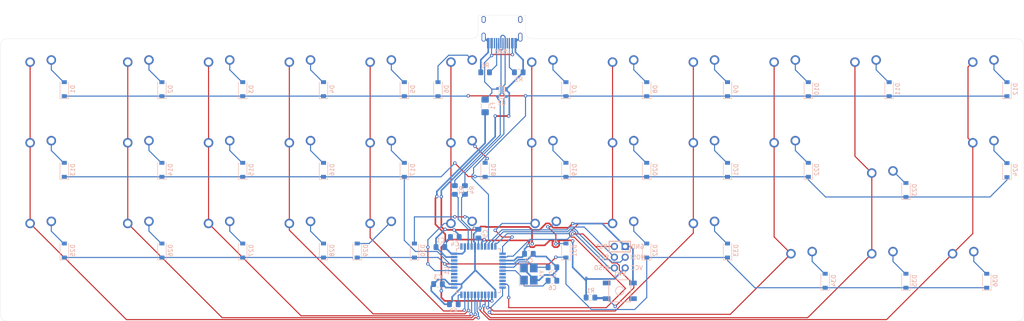
<source format=kicad_pcb>
(kicad_pcb (version 20171130) (host pcbnew "(5.1.4)-1")
  (layers (0 F.Cu signal) (31 B.Cu signal) (34 B.Paste user) (35 F.Paste user) (36 B.SilkS user) (37 F.SilkS user) (38 B.Mask user) (39 F.Mask user) (44 Edge.Cuts user))
  (net 0 "")
  (net 1 GND)
  (net 2 +5V)
  (net 3 XTAL1)
  (net 4 XTAL2)
  (net 5 "Net-(D1-Pad2)")
  (net 6 col11)
  (net 7 "Net-(D2-Pad2)")
  (net 8 "Net-(D3-Pad2)")
  (net 9 "Net-(D4-Pad2)")
  (net 10 "Net-(D5-Pad2)")
  (net 11 "Net-(D6-Pad2)")
  (net 12 "Net-(D7-Pad2)")
  (net 13 "Net-(D8-Pad2)")
  (net 14 "Net-(D9-Pad2)")
  (net 15 "Net-(D10-Pad2)")
  (net 16 "Net-(D11-Pad2)")
  (net 17 "Net-(D12-Pad2)")
  (net 18 "Net-(D13-Pad2)")
  (net 19 "Net-(D14-Pad2)")
  (net 20 "Net-(D15-Pad2)")
  (net 21 "Net-(D16-Pad2)")
  (net 22 "Net-(D17-Pad2)")
  (net 23 "Net-(D18-Pad2)")
  (net 24 "Net-(D19-Pad2)")
  (net 25 "Net-(D20-Pad2)")
  (net 26 "Net-(D21-Pad2)")
  (net 27 "Net-(D22-Pad2)")
  (net 28 "Net-(D23-Pad2)")
  (net 29 "Net-(D24-Pad2)")
  (net 30 "Net-(D25-Pad2)")
  (net 31 row2)
  (net 32 "Net-(D26-Pad2)")
  (net 33 "Net-(D27-Pad2)")
  (net 34 "Net-(D28-Pad2)")
  (net 35 "Net-(D29-Pad2)")
  (net 36 "Net-(D30-Pad2)")
  (net 37 "Net-(D31-Pad2)")
  (net 38 "Net-(D32-Pad2)")
  (net 39 "Net-(D33-Pad2)")
  (net 40 "Net-(D34-Pad2)")
  (net 41 "Net-(D35-Pad2)")
  (net 42 "Net-(D36-Pad2)")
  (net 43 VCC)
  (net 44 RESET)
  (net 45 MOSI)
  (net 46 SCK)
  (net 47 MISO)
  (net 48 col0)
  (net 49 col1)
  (net 50 col2)
  (net 51 col3)
  (net 52 col4)
  (net 53 col5)
  (net 54 col6)
  (net 55 col7)
  (net 56 col8)
  (net 57 col9)
  (net 58 col10)
  (net 59 "Net-(R2-Pad2)")
  (net 60 D-)
  (net 61 D+)
  (net 62 "Net-(R5-Pad1)")
  (net 63 "Net-(R6-Pad1)")
  (net 64 "Net-(U1-Pad42)")
  (net 65 "Net-(U1-Pad38)")
  (net 66 "Net-(U1-Pad37)")
  (net 67 "Net-(U1-Pad36)")
  (net 68 "Net-(U1-Pad18)")
  (net 69 "Net-(USB1-Pad3)")
  (net 70 "Net-(USB1-Pad9)")
  (net 71 DN)
  (net 72 DP)
  (net 73 "Net-(C5-Pad1)")
  (net 74 "Net-(U1-Pad1)")
  (net 75 row0)
  (net 76 row1)
  (net 77 "Net-(U1-Pad19)")
  (net 78 "Net-(U1-Pad20)")
  (module Package_QFP:TQFP-44_10x10mm_P0.8mm (layer B.Cu) (at 139.7 104.775 270)
    (fp_text reference U1 (at 0 7.45 270) (layer B.SilkS) (effects (justify mirror)))
    (fp_text value ATmega32U4-AU)
    (pad 44 smd rect (at -4 5.7 180) (size 1.5 0.55) (layers B.Cu B.Paste B.Mask) (net 2 +5V))
    (pad 43 smd rect (at -3.2 5.7 180) (size 1.5 0.55) (layers B.Cu B.Paste B.Mask) (net 1 GND))
    (pad 42 smd rect (at -2.4 5.7 180) (size 1.5 0.55) (layers B.Cu B.Paste B.Mask) (net 64 "Net-(U1-Pad42)"))
    (pad 41 smd rect (at -1.6 5.7 180) (size 1.5 0.55) (layers B.Cu B.Paste B.Mask) (net 76 row1))
    (pad 40 smd rect (at -0.8 5.7 180) (size 1.5 0.55) (layers B.Cu B.Paste B.Mask) (net 31 row2))
    (pad 39 smd rect (at 0 5.7 180) (size 1.5 0.55) (layers B.Cu B.Paste B.Mask) (net 53 col5))
    (pad 38 smd rect (at 0.8 5.7 180) (size 1.5 0.55) (layers B.Cu B.Paste B.Mask) (net 65 "Net-(U1-Pad38)"))
    (pad 37 smd rect (at 1.6 5.7 180) (size 1.5 0.55) (layers B.Cu B.Paste B.Mask) (net 66 "Net-(U1-Pad37)"))
    (pad 36 smd rect (at 2.4 5.7 180) (size 1.5 0.55) (layers B.Cu B.Paste B.Mask) (net 67 "Net-(U1-Pad36)"))
    (pad 35 smd rect (at 3.2 5.7 180) (size 1.5 0.55) (layers B.Cu B.Paste B.Mask) (net 1 GND))
    (pad 34 smd rect (at 4 5.7 180) (size 1.5 0.55) (layers B.Cu B.Paste B.Mask) (net 2 +5V))
    (pad 33 smd rect (at 5.7 4 270) (size 1.5 0.55) (layers B.Cu B.Paste B.Mask) (net 59 "Net-(R2-Pad2)"))
    (pad 32 smd rect (at 5.7 3.2 270) (size 1.5 0.55) (layers B.Cu B.Paste B.Mask) (net 52 col4))
    (pad 31 smd rect (at 5.7 2.4 270) (size 1.5 0.55) (layers B.Cu B.Paste B.Mask) (net 51 col3))
    (pad 30 smd rect (at 5.7 1.6 270) (size 1.5 0.55) (layers B.Cu B.Paste B.Mask) (net 50 col2))
    (pad 29 smd rect (at 5.7 0.8 270) (size 1.5 0.55) (layers B.Cu B.Paste B.Mask) (net 49 col1))
    (pad 28 smd rect (at 5.7 0 270) (size 1.5 0.55) (layers B.Cu B.Paste B.Mask) (net 48 col0))
    (pad 27 smd rect (at 5.7 -0.8 270) (size 1.5 0.55) (layers B.Cu B.Paste B.Mask) (net 6 col11))
    (pad 26 smd rect (at 5.7 -1.6 270) (size 1.5 0.55) (layers B.Cu B.Paste B.Mask) (net 58 col10))
    (pad 25 smd rect (at 5.7 -2.4 270) (size 1.5 0.55) (layers B.Cu B.Paste B.Mask) (net 56 col8))
    (pad 24 smd rect (at 5.7 -3.2 270) (size 1.5 0.55) (layers B.Cu B.Paste B.Mask) (net 2 +5V))
    (pad 23 smd rect (at 5.7 -4 270) (size 1.5 0.55) (layers B.Cu B.Paste B.Mask) (net 1 GND))
    (pad 22 smd rect (at 4 -5.7 180) (size 1.5 0.55) (layers B.Cu B.Paste B.Mask) (net 57 col9))
    (pad 21 smd rect (at 3.2 -5.7 180) (size 1.5 0.55) (layers B.Cu B.Paste B.Mask) (net 55 col7))
    (pad 20 smd rect (at 2.4 -5.7 180) (size 1.5 0.55) (layers B.Cu B.Paste B.Mask) (net 78 "Net-(U1-Pad20)"))
    (pad 19 smd rect (at 1.6 -5.7 180) (size 1.5 0.55) (layers B.Cu B.Paste B.Mask) (net 77 "Net-(U1-Pad19)"))
    (pad 18 smd rect (at 0.8 -5.7 180) (size 1.5 0.55) (layers B.Cu B.Paste B.Mask) (net 68 "Net-(U1-Pad18)"))
    (pad 17 smd rect (at 0 -5.7 180) (size 1.5 0.55) (layers B.Cu B.Paste B.Mask) (net 3 XTAL1))
    (pad 16 smd rect (at -0.8 -5.7 180) (size 1.5 0.55) (layers B.Cu B.Paste B.Mask) (net 4 XTAL2))
    (pad 15 smd rect (at -1.6 -5.7 180) (size 1.5 0.55) (layers B.Cu B.Paste B.Mask) (net 1 GND))
    (pad 14 smd rect (at -2.4 -5.7 180) (size 1.5 0.55) (layers B.Cu B.Paste B.Mask) (net 2 +5V))
    (pad 13 smd rect (at -3.2 -5.7 180) (size 1.5 0.55) (layers B.Cu B.Paste B.Mask) (net 44 RESET))
    (pad 12 smd rect (at -4 -5.7 180) (size 1.5 0.55) (layers B.Cu B.Paste B.Mask) (net 54 col6))
    (pad 11 smd rect (at -5.7 -4 270) (size 1.5 0.55) (layers B.Cu B.Paste B.Mask) (net 47 MISO))
    (pad 10 smd rect (at -5.7 -3.2 270) (size 1.5 0.55) (layers B.Cu B.Paste B.Mask) (net 45 MOSI))
    (pad 9 smd rect (at -5.7 -2.4 270) (size 1.5 0.55) (layers B.Cu B.Paste B.Mask) (net 46 SCK))
    (pad 8 smd rect (at -5.7 -1.6 270) (size 1.5 0.55) (layers B.Cu B.Paste B.Mask) (net 75 row0))
    (pad 7 smd rect (at -5.7 -0.8 270) (size 1.5 0.55) (layers B.Cu B.Paste B.Mask) (net 2 +5V))
    (pad 6 smd rect (at -5.7 0 270) (size 1.5 0.55) (layers B.Cu B.Paste B.Mask) (net 73 "Net-(C5-Pad1)"))
    (pad 5 smd rect (at -5.7 0.8 270) (size 1.5 0.55) (layers B.Cu B.Paste B.Mask) (net 1 GND))
    (pad 4 smd rect (at -5.7 1.6 270) (size 1.5 0.55) (layers B.Cu B.Paste B.Mask) (net 61 D+))
    (pad 3 smd rect (at -5.7 2.4 270) (size 1.5 0.55) (layers B.Cu B.Paste B.Mask) (net 60 D-))
    (pad 2 smd rect (at -5.7 3.2 270) (size 1.5 0.55) (layers B.Cu B.Paste B.Mask) (net 2 +5V))
    (pad 1 smd rect (at -5.7 4 270) (size 1.5 0.55) (layers B.Cu B.Paste B.Mask) (net 74 "Net-(U1-Pad1)"))
  )
  (module Alps_Only:ALPS-1U (layer F.Cu) (at 155.575 97.63125)
    (fp_text reference K31)
    (fp_text value B)
    (pad 1 thru_hole circle (at -2.5 -4) (size 2.25 2.25) (drill 1.47) (layers *.Cu B.Mask) (net 54 col6))
    (pad 2 thru_hole circle (at 2.5 -4.5) (size 2.25 2.25) (drill 1.47) (layers *.Cu B.Mask) (net 37 "Net-(D31-Pad2)"))
  )
  (module Alps_Only:ALPS-1U (layer F.Cu) (at 173.83125 97.63125)
    (fp_text reference K32)
    (fp_text value N)
    (pad 1 thru_hole circle (at -2.5 -4) (size 2.25 2.25) (drill 1.47) (layers *.Cu B.Mask) (net 55 col7))
    (pad 2 thru_hole circle (at 2.5 -4.5) (size 2.25 2.25) (drill 1.47) (layers *.Cu B.Mask) (net 38 "Net-(D32-Pad2)"))
  )
  (module Alps_Only:ALPS-1U (layer F.Cu) (at 135.73125 59.53125)
    (fp_text reference K6)
    (fp_text value T)
    (pad 1 thru_hole circle (at -2.5 -4) (size 2.25 2.25) (drill 1.47) (layers *.Cu B.Mask) (net 53 col5))
    (pad 2 thru_hole circle (at 2.5 -4.5) (size 2.25 2.25) (drill 1.47) (layers *.Cu B.Mask) (net 11 "Net-(D6-Pad2)"))
  )
  (module Alps_Only:ALPS-1U (layer F.Cu) (at 234.95 85.725)
    (fp_text reference K23)
    (fp_text value UP)
    (pad 1 thru_hole circle (at -2.5 -4) (size 2.25 2.25) (drill 1.47) (layers *.Cu B.Mask) (net 58 col10))
    (pad 2 thru_hole circle (at 2.5 -4.5) (size 2.25 2.25) (drill 1.47) (layers *.Cu B.Mask) (net 28 "Net-(D23-Pad2)"))
  )
  (module Diode_SMD:D_SOD-123 (layer B.Cu) (at 259.55625 107.15625 90)
    (fp_text reference D36 (at 0 2 90) (layer B.SilkS) (effects (justify mirror)))
    (fp_text value D)
    (pad 2 smd rect (at 1.65 0 90) (size 0.9 1.2) (layers B.Cu B.Paste B.Mask) (net 42 "Net-(D36-Pad2)"))
    (pad 1 smd rect (at -1.65 0 90) (size 0.9 1.2) (layers B.Cu B.Paste B.Mask) (net 31 row2))
  )
  (module Alps_Only:ALPS-1U (layer F.Cu) (at 116.68125 97.63125)
    (fp_text reference K29)
    (fp_text value V)
    (pad 1 thru_hole circle (at -2.5 -4) (size 2.25 2.25) (drill 1.47) (layers *.Cu B.Mask) (net 52 col4))
    (pad 2 thru_hole circle (at 2.5 -4.5) (size 2.25 2.25) (drill 1.47) (layers *.Cu B.Mask) (net 35 "Net-(D29-Pad2)"))
  )
  (module Alps_Only:ALPS-1U (layer F.Cu) (at 192.88125 97.63125)
    (fp_text reference K33)
    (fp_text value M)
    (pad 1 thru_hole circle (at -2.5 -4) (size 2.25 2.25) (drill 1.47) (layers *.Cu B.Mask) (net 56 col8))
    (pad 2 thru_hole circle (at 2.5 -4.5) (size 2.25 2.25) (drill 1.47) (layers *.Cu B.Mask) (net 39 "Net-(D33-Pad2)"))
  )
  (module Alps_Only:ALPS-1U (layer F.Cu) (at 230.98125 59.53125)
    (fp_text reference K11)
    (fp_text value P)
    (pad 1 thru_hole circle (at -2.5 -4) (size 2.25 2.25) (drill 1.47) (layers *.Cu B.Mask) (net 58 col10))
    (pad 2 thru_hole circle (at 2.5 -4.5) (size 2.25 2.25) (drill 1.47) (layers *.Cu B.Mask) (net 16 "Net-(D11-Pad2)"))
  )
  (module Diode_SMD:D_SOD-123 (layer B.Cu) (at 160.3375 80.9625 90)
    (fp_text reference D19 (at 0 2 90) (layer B.SilkS) (effects (justify mirror)))
    (fp_text value D)
    (pad 2 smd rect (at 1.65 0 90) (size 0.9 1.2) (layers B.Cu B.Paste B.Mask) (net 24 "Net-(D19-Pad2)"))
    (pad 1 smd rect (at -1.65 0 90) (size 0.9 1.2) (layers B.Cu B.Paste B.Mask) (net 76 row1))
  )
  (module Alps_Only:ALPS-1U (layer F.Cu) (at 154.78125 78.58125)
    (fp_text reference K19)
    (fp_text value H)
    (pad 1 thru_hole circle (at -2.5 -4) (size 2.25 2.25) (drill 1.47) (layers *.Cu B.Mask) (net 54 col6))
    (pad 2 thru_hole circle (at 2.5 -4.5) (size 2.25 2.25) (drill 1.47) (layers *.Cu B.Mask) (net 24 "Net-(D19-Pad2)"))
  )
  (module Alps_Only:ALPS-1U (layer F.Cu) (at 116.68125 78.58125)
    (fp_text reference K17)
    (fp_text value F)
    (pad 1 thru_hole circle (at -2.5 -4) (size 2.25 2.25) (drill 1.47) (layers *.Cu B.Mask) (net 52 col4))
    (pad 2 thru_hole circle (at 2.5 -4.5) (size 2.25 2.25) (drill 1.47) (layers *.Cu B.Mask) (net 22 "Net-(D17-Pad2)"))
  )
  (module Alps_Only:ALPS-1U (layer F.Cu) (at 154.78125 59.53125)
    (fp_text reference K7)
    (fp_text value Y)
    (pad 1 thru_hole circle (at -2.5 -4) (size 2.25 2.25) (drill 1.47) (layers *.Cu B.Mask) (net 54 col6))
    (pad 2 thru_hole circle (at 2.5 -4.5) (size 2.25 2.25) (drill 1.47) (layers *.Cu B.Mask) (net 12 "Net-(D7-Pad2)"))
  )
  (module Type-C:HRO-TYPE-C-31-M-12-HandSoldering (layer B.Cu) (at 145.25625 42.8625)
    (fp_text reference USB1 (at 0 10.2) (layer B.SilkS) (effects (justify mirror)))
    (fp_text value HRO-TYPE-C-31-M-12)
    (pad 12 smd rect (at 3.225 8.195) (size 0.6 2.45) (layers B.Cu B.Paste B.Mask) (net 1 GND))
    (pad 1 smd rect (at -3.225 8.195) (size 0.6 2.45) (layers B.Cu B.Paste B.Mask) (net 1 GND))
    (pad 11 smd rect (at 2.45 8.195) (size 0.6 2.45) (layers B.Cu B.Paste B.Mask) (net 43 VCC))
    (pad 2 smd rect (at -2.45 8.195) (size 0.6 2.45) (layers B.Cu B.Paste B.Mask) (net 43 VCC))
    (pad 3 smd rect (at -1.75 8.195) (size 0.3 2.45) (layers B.Cu B.Paste B.Mask) (net 69 "Net-(USB1-Pad3)"))
    (pad 10 smd rect (at 1.75 8.195) (size 0.3 2.45) (layers B.Cu B.Paste B.Mask) (net 62 "Net-(R5-Pad1)"))
    (pad 4 smd rect (at -1.25 8.195) (size 0.3 2.45) (layers B.Cu B.Paste B.Mask) (net 63 "Net-(R6-Pad1)"))
    (pad 9 smd rect (at 1.25 8.195) (size 0.3 2.45) (layers B.Cu B.Paste B.Mask) (net 70 "Net-(USB1-Pad9)"))
    (pad 5 smd rect (at -0.75 8.195) (size 0.3 2.45) (layers B.Cu B.Paste B.Mask) (net 71 DN))
    (pad 8 smd rect (at 0.75 8.195) (size 0.3 2.45) (layers B.Cu B.Paste B.Mask) (net 72 DP))
    (pad 7 smd rect (at 0.25 8.195) (size 0.3 2.45) (layers B.Cu B.Paste B.Mask) (net 71 DN))
    (pad 6 smd rect (at -0.25 8.195) (size 0.3 2.45) (layers B.Cu B.Paste B.Mask) (net 72 DP))
    (pad "" np_thru_hole circle (at 2.89 6.25) (size 0.65 0.65) (drill 0.65) (layers *.Cu *.Mask))
    (pad "" np_thru_hole circle (at -2.89 6.25) (size 0.65 0.65) (drill 0.65) (layers *.Cu *.Mask))
    (pad 13 thru_hole oval (at -4.32 6.78) (size 1 2.1) (drill oval 0.6 1.7) (layers *.Cu F.Mask) (net 1 GND))
    (pad 13 thru_hole oval (at 4.32 6.78) (size 1 2.1) (drill oval 0.6 1.7) (layers *.Cu F.Mask) (net 1 GND))
    (pad 13 thru_hole oval (at -4.32 2.6) (size 1 1.6) (drill oval 0.6 1.2) (layers *.Cu F.Mask) (net 1 GND))
    (pad 13 thru_hole oval (at 4.32 2.6) (size 1 1.6) (drill oval 0.6 1.2) (layers *.Cu F.Mask) (net 1 GND))
  )
  (module Alps_Only:ALPS-1U (layer F.Cu) (at 36.5125 59.53125)
    (fp_text reference K1)
    (fp_text value SHIFT)
    (pad 1 thru_hole circle (at -2.5 -4) (size 2.25 2.25) (drill 1.47) (layers *.Cu B.Mask) (net 48 col0))
    (pad 2 thru_hole circle (at 2.5 -4.5) (size 2.25 2.25) (drill 1.47) (layers *.Cu B.Mask) (net 5 "Net-(D1-Pad2)"))
  )
  (module Crystal:Crystal_SMD_3225-4Pin_3.2x2.5mm_HandSoldering (layer B.Cu) (at 151.60625 105.56875 90)
    (fp_text reference Y1 (at 0 3.05 90) (layer B.SilkS) (effects (justify mirror)))
    (fp_text value Crystal_GND24_Small)
    (pad 4 smd rect (at -1.45 1.15 90) (size 2.1 1.8) (layers B.Cu B.Paste B.Mask) (net 1 GND))
    (pad 3 smd rect (at 1.45 1.15 90) (size 2.1 1.8) (layers B.Cu B.Paste B.Mask) (net 4 XTAL2))
    (pad 2 smd rect (at 1.45 -1.15 90) (size 2.1 1.8) (layers B.Cu B.Paste B.Mask) (net 1 GND))
    (pad 1 smd rect (at -1.45 -1.15 90) (size 2.1 1.8) (layers B.Cu B.Paste B.Mask) (net 3 XTAL1))
  )
  (module random-keyboard-parts:SOT143B (layer B.Cu) (at 145.25625 62.70625 180)
    (fp_text reference U2 (at 0 -2.45 180) (layer B.SilkS) (effects (justify mirror)))
    (fp_text value PRTR5V0U2X)
    (pad 1 smd rect (at -1 0.75 270) (size 1 0.7) (layers B.Cu B.Paste B.Mask) (net 1 GND))
    (pad 4 smd rect (at 1 0.95 270) (size 0.6 0.7) (layers B.Cu B.Paste B.Mask) (net 43 VCC))
    (pad 2 smd rect (at -1 -0.95 270) (size 0.6 0.7) (layers B.Cu B.Paste B.Mask) (net 72 DP))
    (pad 3 smd rect (at 1 -0.95 270) (size 0.6 0.7) (layers B.Cu B.Paste B.Mask) (net 71 DN))
  )
  (module random-keyboard-parts:SKQG-1155865 (layer B.Cu) (at 173.0375 109.5375)
    (fp_text reference SW1 (at 0 -4.064 180) (layer B.SilkS) (effects (justify mirror)))
    (fp_text value SW_Push)
    (pad 4 smd rect (at -3.1 -1.85) (size 1.8 1.1) (layers B.Cu B.Paste B.Mask))
    (pad 3 smd rect (at 3.1 1.85) (size 1.8 1.1) (layers B.Cu B.Paste B.Mask))
    (pad 2 smd rect (at -3.1 1.85) (size 1.8 1.1) (layers B.Cu B.Paste B.Mask) (net 44 RESET))
    (pad 1 smd rect (at 3.1 -1.85) (size 1.8 1.1) (layers B.Cu B.Paste B.Mask) (net 1 GND))
  )
  (module Resistor_SMD:R_0805_2012Metric_Pad1.15x1.40mm_HandSolder (layer B.Cu) (at 141.2875 57.94375 180)
    (fp_text reference R6 (at 0 1.65) (layer B.SilkS) (effects (justify mirror)))
    (fp_text value 5.1k)
    (pad 2 smd roundrect (at 1.025 0 180) (size 1.15 1.4) (layers B.Cu B.Paste B.Mask) (roundrect_rratio 0.217391) (net 1 GND))
    (pad 1 smd roundrect (at -1.025 0 180) (size 1.15 1.4) (layers B.Cu B.Paste B.Mask) (roundrect_rratio 0.217391) (net 63 "Net-(R6-Pad1)"))
  )
  (module Resistor_SMD:R_0805_2012Metric_Pad1.15x1.40mm_HandSolder (layer B.Cu) (at 149.225 57.94375)
    (fp_text reference R5 (at 0 1.65) (layer B.SilkS) (effects (justify mirror)))
    (fp_text value 5.1k)
    (pad 2 smd roundrect (at 1.025 0) (size 1.15 1.4) (layers B.Cu B.Paste B.Mask) (roundrect_rratio 0.217391) (net 1 GND))
    (pad 1 smd roundrect (at -1.025 0) (size 1.15 1.4) (layers B.Cu B.Paste B.Mask) (roundrect_rratio 0.217391) (net 62 "Net-(R5-Pad1)"))
  )
  (module Resistor_SMD:R_0805_2012Metric_Pad1.15x1.40mm_HandSolder (layer B.Cu) (at 136.525 85.725 90)
    (fp_text reference R4 (at 0 1.65 270) (layer B.SilkS) (effects (justify mirror)))
    (fp_text value 22)
    (pad 2 smd roundrect (at 1.025 0 90) (size 1.15 1.4) (layers B.Cu B.Paste B.Mask) (roundrect_rratio 0.217391) (net 72 DP))
    (pad 1 smd roundrect (at -1.025 0 90) (size 1.15 1.4) (layers B.Cu B.Paste B.Mask) (roundrect_rratio 0.217391) (net 61 D+))
  )
  (module Resistor_SMD:R_0805_2012Metric_Pad1.15x1.40mm_HandSolder (layer B.Cu) (at 134.14375 85.725 90)
    (fp_text reference R3 (at 0 1.65 90) (layer B.SilkS) (effects (justify mirror)))
    (fp_text value 22)
    (pad 2 smd roundrect (at 1.025 0 90) (size 1.15 1.4) (layers B.Cu B.Paste B.Mask) (roundrect_rratio 0.217391) (net 71 DN))
    (pad 1 smd roundrect (at -1.025 0 90) (size 1.15 1.4) (layers B.Cu B.Paste B.Mask) (roundrect_rratio 0.217391) (net 60 D-))
  )
  (module Resistor_SMD:R_0805_2012Metric_Pad1.15x1.40mm_HandSolder (layer B.Cu) (at 133.9125 112.7125)
    (fp_text reference R2 (at 0 1.65) (layer B.SilkS) (effects (justify mirror)))
    (fp_text value 10k)
    (pad 2 smd roundrect (at 1.025 0) (size 1.15 1.4) (layers B.Cu B.Paste B.Mask) (roundrect_rratio 0.217391) (net 59 "Net-(R2-Pad2)"))
    (pad 1 smd roundrect (at -1.025 0) (size 1.15 1.4) (layers B.Cu B.Paste B.Mask) (roundrect_rratio 0.217391) (net 1 GND))
  )
  (module Resistor_SMD:R_0805_2012Metric_Pad1.15x1.40mm_HandSolder (layer B.Cu) (at 166.125 111.125 180)
    (fp_text reference R1 (at 0 1.65) (layer B.SilkS) (effects (justify mirror)))
    (fp_text value 10k)
    (pad 2 smd roundrect (at 1.025 0 180) (size 1.15 1.4) (layers B.Cu B.Paste B.Mask) (roundrect_rratio 0.217391) (net 2 +5V))
    (pad 1 smd roundrect (at -1.025 0 180) (size 1.15 1.4) (layers B.Cu B.Paste B.Mask) (roundrect_rratio 0.217391) (net 44 RESET))
  )
  (module Alps_Only:ALPS-1U (layer F.Cu) (at 254 104.775)
    (fp_text reference K36)
    (fp_text value RIGHT)
    (pad 1 thru_hole circle (at -2.5 -4) (size 2.25 2.25) (drill 1.47) (layers *.Cu B.Mask) (net 6 col11))
    (pad 2 thru_hole circle (at 2.5 -4.5) (size 2.25 2.25) (drill 1.47) (layers *.Cu B.Mask) (net 42 "Net-(D36-Pad2)"))
  )
  (module Alps_Only:ALPS-1U (layer F.Cu) (at 234.95 104.775)
    (fp_text reference K35)
    (fp_text value DOWN)
    (pad 1 thru_hole circle (at -2.5 -4) (size 2.25 2.25) (drill 1.47) (layers *.Cu B.Mask) (net 58 col10))
    (pad 2 thru_hole circle (at 2.5 -4.5) (size 2.25 2.25) (drill 1.47) (layers *.Cu B.Mask) (net 41 "Net-(D35-Pad2)"))
  )
  (module Alps_Only:ALPS-1U (layer F.Cu) (at 215.9 104.775)
    (fp_text reference K34)
    (fp_text value LEFT)
    (pad 1 thru_hole circle (at -2.5 -4) (size 2.25 2.25) (drill 1.47) (layers *.Cu B.Mask) (net 57 col9))
    (pad 2 thru_hole circle (at 2.5 -4.5) (size 2.25 2.25) (drill 1.47) (layers *.Cu B.Mask) (net 40 "Net-(D34-Pad2)"))
  )
  (module Alps_Only:ALPS-1U (layer F.Cu) (at 135.73125 97.63125)
    (fp_text reference K30)
    (fp_text value SPACE)
    (pad 1 thru_hole circle (at -2.5 -4) (size 2.25 2.25) (drill 1.47) (layers *.Cu B.Mask) (net 53 col5))
    (pad 2 thru_hole circle (at 2.5 -4.5) (size 2.25 2.25) (drill 1.47) (layers *.Cu B.Mask) (net 36 "Net-(D30-Pad2)"))
  )
  (module Alps_Only:ALPS-1U (layer F.Cu) (at 97.63125 97.63125)
    (fp_text reference K28)
    (fp_text value C)
    (pad 1 thru_hole circle (at -2.5 -4) (size 2.25 2.25) (drill 1.47) (layers *.Cu B.Mask) (net 51 col3))
    (pad 2 thru_hole circle (at 2.5 -4.5) (size 2.25 2.25) (drill 1.47) (layers *.Cu B.Mask) (net 34 "Net-(D28-Pad2)"))
  )
  (module Alps_Only:ALPS-1U (layer F.Cu) (at 78.58125 97.63125)
    (fp_text reference K27)
    (fp_text value X)
    (pad 1 thru_hole circle (at -2.5 -4) (size 2.25 2.25) (drill 1.47) (layers *.Cu B.Mask) (net 50 col2))
    (pad 2 thru_hole circle (at 2.5 -4.5) (size 2.25 2.25) (drill 1.47) (layers *.Cu B.Mask) (net 33 "Net-(D27-Pad2)"))
  )
  (module Alps_Only:ALPS-1U (layer F.Cu) (at 59.53125 97.63125)
    (fp_text reference K26)
    (fp_text value Z)
    (pad 1 thru_hole circle (at -2.5 -4) (size 2.25 2.25) (drill 1.47) (layers *.Cu B.Mask) (net 49 col1))
    (pad 2 thru_hole circle (at 2.5 -4.5) (size 2.25 2.25) (drill 1.47) (layers *.Cu B.Mask) (net 32 "Net-(D26-Pad2)"))
  )
  (module Alps_Only:ALPS-1U (layer F.Cu) (at 36.5125 97.63125)
    (fp_text reference K25)
    (fp_text value FN)
    (pad 1 thru_hole circle (at -2.5 -4) (size 2.25 2.25) (drill 1.47) (layers *.Cu B.Mask) (net 48 col0))
    (pad 2 thru_hole circle (at 2.5 -4.5) (size 2.25 2.25) (drill 1.47) (layers *.Cu B.Mask) (net 30 "Net-(D25-Pad2)"))
  )
  (module Alps_Only:ALPS-1U (layer F.Cu) (at 258.7625 78.58125)
    (fp_text reference K24)
    (fp_text value ENTER)
    (pad 1 thru_hole circle (at -2.5 -4) (size 2.25 2.25) (drill 1.47) (layers *.Cu B.Mask) (net 6 col11))
    (pad 2 thru_hole circle (at 2.5 -4.5) (size 2.25 2.25) (drill 1.47) (layers *.Cu B.Mask) (net 29 "Net-(D24-Pad2)"))
  )
  (module Alps_Only:ALPS-1U (layer F.Cu) (at 211.93125 78.58125)
    (fp_text reference K22)
    (fp_text value L)
    (pad 1 thru_hole circle (at -2.5 -4) (size 2.25 2.25) (drill 1.47) (layers *.Cu B.Mask) (net 57 col9))
    (pad 2 thru_hole circle (at 2.5 -4.5) (size 2.25 2.25) (drill 1.47) (layers *.Cu B.Mask) (net 27 "Net-(D22-Pad2)"))
  )
  (module Alps_Only:ALPS-1U (layer F.Cu) (at 192.88125 78.58125)
    (fp_text reference K21)
    (fp_text value K)
    (pad 1 thru_hole circle (at -2.5 -4) (size 2.25 2.25) (drill 1.47) (layers *.Cu B.Mask) (net 56 col8))
    (pad 2 thru_hole circle (at 2.5 -4.5) (size 2.25 2.25) (drill 1.47) (layers *.Cu B.Mask) (net 26 "Net-(D21-Pad2)"))
  )
  (module Alps_Only:ALPS-1U (layer F.Cu) (at 173.83125 78.58125)
    (fp_text reference K20)
    (fp_text value J)
    (pad 1 thru_hole circle (at -2.5 -4) (size 2.25 2.25) (drill 1.47) (layers *.Cu B.Mask) (net 55 col7))
    (pad 2 thru_hole circle (at 2.5 -4.5) (size 2.25 2.25) (drill 1.47) (layers *.Cu B.Mask) (net 25 "Net-(D20-Pad2)"))
  )
  (module Alps_Only:ALPS-1U (layer F.Cu) (at 135.73125 78.58125)
    (fp_text reference K18)
    (fp_text value G)
    (pad 1 thru_hole circle (at -2.5 -4) (size 2.25 2.25) (drill 1.47) (layers *.Cu B.Mask) (net 53 col5))
    (pad 2 thru_hole circle (at 2.5 -4.5) (size 2.25 2.25) (drill 1.47) (layers *.Cu B.Mask) (net 23 "Net-(D18-Pad2)"))
  )
  (module Alps_Only:ALPS-1U (layer F.Cu) (at 97.63125 78.58125)
    (fp_text reference K16)
    (fp_text value D)
    (pad 1 thru_hole circle (at -2.5 -4) (size 2.25 2.25) (drill 1.47) (layers *.Cu B.Mask) (net 51 col3))
    (pad 2 thru_hole circle (at 2.5 -4.5) (size 2.25 2.25) (drill 1.47) (layers *.Cu B.Mask) (net 21 "Net-(D16-Pad2)"))
  )
  (module Alps_Only:ALPS-1U (layer F.Cu) (at 78.58125 78.58125)
    (fp_text reference K15)
    (fp_text value S)
    (pad 1 thru_hole circle (at -2.5 -4) (size 2.25 2.25) (drill 1.47) (layers *.Cu B.Mask) (net 50 col2))
    (pad 2 thru_hole circle (at 2.5 -4.5) (size 2.25 2.25) (drill 1.47) (layers *.Cu B.Mask) (net 20 "Net-(D15-Pad2)"))
  )
  (module Alps_Only:ALPS-1U (layer F.Cu) (at 59.53125 78.58125)
    (fp_text reference K14)
    (fp_text value A)
    (pad 1 thru_hole circle (at -2.5 -4) (size 2.25 2.25) (drill 1.47) (layers *.Cu B.Mask) (net 49 col1))
    (pad 2 thru_hole circle (at 2.5 -4.5) (size 2.25 2.25) (drill 1.47) (layers *.Cu B.Mask) (net 19 "Net-(D14-Pad2)"))
  )
  (module Alps_Only:ALPS-1U (layer F.Cu) (at 36.5125 78.58125)
    (fp_text reference K13)
    (fp_text value CTRL)
    (pad 1 thru_hole circle (at -2.5 -4) (size 2.25 2.25) (drill 1.47) (layers *.Cu B.Mask) (net 48 col0))
    (pad 2 thru_hole circle (at 2.5 -4.5) (size 2.25 2.25) (drill 1.47) (layers *.Cu B.Mask) (net 18 "Net-(D13-Pad2)"))
  )
  (module Alps_Only:ALPS-1U (layer F.Cu) (at 258.7625 59.53125)
    (fp_text reference K12)
    (fp_text value BKSP)
    (pad 1 thru_hole circle (at -2.5 -4) (size 2.25 2.25) (drill 1.47) (layers *.Cu B.Mask) (net 6 col11))
    (pad 2 thru_hole circle (at 2.5 -4.5) (size 2.25 2.25) (drill 1.47) (layers *.Cu B.Mask) (net 17 "Net-(D12-Pad2)"))
  )
  (module Alps_Only:ALPS-1U (layer F.Cu) (at 211.93125 59.53125)
    (fp_text reference K10)
    (fp_text value O)
    (pad 1 thru_hole circle (at -2.5 -4) (size 2.25 2.25) (drill 1.47) (layers *.Cu B.Mask) (net 57 col9))
    (pad 2 thru_hole circle (at 2.5 -4.5) (size 2.25 2.25) (drill 1.47) (layers *.Cu B.Mask) (net 15 "Net-(D10-Pad2)"))
  )
  (module Alps_Only:ALPS-1U (layer F.Cu) (at 192.88125 59.53125)
    (fp_text reference K9)
    (fp_text value I)
    (pad 1 thru_hole circle (at -2.5 -4) (size 2.25 2.25) (drill 1.47) (layers *.Cu B.Mask) (net 56 col8))
    (pad 2 thru_hole circle (at 2.5 -4.5) (size 2.25 2.25) (drill 1.47) (layers *.Cu B.Mask) (net 14 "Net-(D9-Pad2)"))
  )
  (module Alps_Only:ALPS-1U (layer F.Cu) (at 173.83125 59.53125)
    (fp_text reference K8)
    (fp_text value U)
    (pad 1 thru_hole circle (at -2.5 -4) (size 2.25 2.25) (drill 1.47) (layers *.Cu B.Mask) (net 55 col7))
    (pad 2 thru_hole circle (at 2.5 -4.5) (size 2.25 2.25) (drill 1.47) (layers *.Cu B.Mask) (net 13 "Net-(D8-Pad2)"))
  )
  (module Alps_Only:ALPS-1U (layer F.Cu) (at 116.68125 59.53125)
    (fp_text reference K5)
    (fp_text value R)
    (pad 1 thru_hole circle (at -2.5 -4) (size 2.25 2.25) (drill 1.47) (layers *.Cu B.Mask) (net 52 col4))
    (pad 2 thru_hole circle (at 2.5 -4.5) (size 2.25 2.25) (drill 1.47) (layers *.Cu B.Mask) (net 10 "Net-(D5-Pad2)"))
  )
  (module Alps_Only:ALPS-1U (layer F.Cu) (at 97.63125 59.53125)
    (fp_text reference K4)
    (fp_text value E)
    (pad 1 thru_hole circle (at -2.5 -4) (size 2.25 2.25) (drill 1.47) (layers *.Cu B.Mask) (net 51 col3))
    (pad 2 thru_hole circle (at 2.5 -4.5) (size 2.25 2.25) (drill 1.47) (layers *.Cu B.Mask) (net 9 "Net-(D4-Pad2)"))
  )
  (module Alps_Only:ALPS-1U (layer F.Cu) (at 78.58125 59.53125)
    (fp_text reference K3)
    (fp_text value W)
    (pad 1 thru_hole circle (at -2.5 -4) (size 2.25 2.25) (drill 1.47) (layers *.Cu B.Mask) (net 50 col2))
    (pad 2 thru_hole circle (at 2.5 -4.5) (size 2.25 2.25) (drill 1.47) (layers *.Cu B.Mask) (net 8 "Net-(D3-Pad2)"))
  )
  (module Alps_Only:ALPS-1U (layer F.Cu) (at 59.53125 59.53125)
    (fp_text reference K2)
    (fp_text value Q)
    (pad 1 thru_hole circle (at -2.5 -4) (size 2.25 2.25) (drill 1.47) (layers *.Cu B.Mask) (net 49 col1))
    (pad 2 thru_hole circle (at 2.5 -4.5) (size 2.25 2.25) (drill 1.47) (layers *.Cu B.Mask) (net 7 "Net-(D2-Pad2)"))
  )
  (module random-keyboard-parts:Reset_Pretty-Mask (layer B.Cu) (at 173.0375 101.6)
    (fp_text reference J1)
    (fp_text value AVR-ISP-6)
    (fp_text user MISO (at -4.25 2.5 180) (layer B.SilkS) (effects (justify mirror)))
    (fp_text user VCC (at 4 2.5 180) (layer B.SilkS) (effects (justify mirror)))
    (fp_text user SCK (at -4 0 180) (layer B.SilkS) (effects (justify mirror)))
    (fp_text user MOSI (at 4.25 0 180) (layer B.SilkS) (effects (justify mirror)))
    (fp_text user RST (at -4.25 -2.5 180) (layer B.SilkS) (effects (justify mirror)))
    (fp_text user GND (at 4.25 -2.5 180) (layer B.SilkS) (effects (justify mirror)))
    (pad 6 thru_hole rect (at 1.27 -2.54) (size 1.7 1.7) (drill 1) (layers *.Cu B.Mask) (net 1 GND))
    (pad 5 thru_hole circle (at -1.27 -2.54) (size 1.7 1.7) (drill 1) (layers *.Cu B.Mask) (net 44 RESET))
    (pad 4 thru_hole circle (at 1.27 0) (size 1.7 1.7) (drill 1) (layers *.Cu B.Mask) (net 45 MOSI))
    (pad 3 thru_hole circle (at -1.27 0) (size 1.7 1.7) (drill 1) (layers *.Cu B.Mask) (net 46 SCK))
    (pad 2 thru_hole circle (at 1.27 2.54) (size 1.7 1.7) (drill 1) (layers *.Cu B.Mask) (net 2 +5V))
    (pad 1 thru_hole circle (at -1.27 2.54) (size 1.7 1.7) (drill 1) (layers *.Cu B.Mask) (net 47 MISO))
  )
  (module Fuse:Fuse_1206_3216Metric_Pad1.42x1.75mm_HandSolder (layer B.Cu) (at 141.2875 65.88125 90)
    (fp_text reference F1 (at 0 1.82 270) (layer B.SilkS) (effects (justify mirror)))
    (fp_text value 500m)
    (pad 2 smd roundrect (at 1.4875 0 90) (size 1.425 1.75) (layers B.Cu B.Paste B.Mask) (roundrect_rratio 0.175439) (net 43 VCC))
    (pad 1 smd roundrect (at -1.4875 0 90) (size 1.425 1.75) (layers B.Cu B.Paste B.Mask) (roundrect_rratio 0.175439) (net 2 +5V))
  )
  (module Diode_SMD:D_SOD-123 (layer B.Cu) (at 240.50625 107.15625 90)
    (fp_text reference D35 (at 0 2 90) (layer B.SilkS) (effects (justify mirror)))
    (fp_text value D)
    (pad 2 smd rect (at 1.65 0 90) (size 0.9 1.2) (layers B.Cu B.Paste B.Mask) (net 41 "Net-(D35-Pad2)"))
    (pad 1 smd rect (at -1.65 0 90) (size 0.9 1.2) (layers B.Cu B.Paste B.Mask) (net 31 row2))
  )
  (module Diode_SMD:D_SOD-123 (layer B.Cu) (at 221.45625 107.15625 90)
    (fp_text reference D34 (at 0 2 90) (layer B.SilkS) (effects (justify mirror)))
    (fp_text value D)
    (pad 2 smd rect (at 1.65 0 90) (size 0.9 1.2) (layers B.Cu B.Paste B.Mask) (net 40 "Net-(D34-Pad2)"))
    (pad 1 smd rect (at -1.65 0 90) (size 0.9 1.2) (layers B.Cu B.Paste B.Mask) (net 31 row2))
  )
  (module Diode_SMD:D_SOD-123 (layer B.Cu) (at 198.4375 100.0125 90)
    (fp_text reference D33 (at 0 2 90) (layer B.SilkS) (effects (justify mirror)))
    (fp_text value D)
    (pad 2 smd rect (at 1.65 0 90) (size 0.9 1.2) (layers B.Cu B.Paste B.Mask) (net 39 "Net-(D33-Pad2)"))
    (pad 1 smd rect (at -1.65 0 90) (size 0.9 1.2) (layers B.Cu B.Paste B.Mask) (net 31 row2))
  )
  (module Diode_SMD:D_SOD-123 (layer B.Cu) (at 179.3875 100.0125 90)
    (fp_text reference D32 (at 0 2 90) (layer B.SilkS) (effects (justify mirror)))
    (fp_text value D)
    (pad 2 smd rect (at 1.65 0 90) (size 0.9 1.2) (layers B.Cu B.Paste B.Mask) (net 38 "Net-(D32-Pad2)"))
    (pad 1 smd rect (at -1.65 0 90) (size 0.9 1.2) (layers B.Cu B.Paste B.Mask) (net 31 row2))
  )
  (module Diode_SMD:D_SOD-123 (layer B.Cu) (at 160.3375 100.0125 90)
    (fp_text reference D31 (at 0 2 90) (layer B.SilkS) (effects (justify mirror)))
    (fp_text value D)
    (pad 2 smd rect (at 1.65 0 90) (size 0.9 1.2) (layers B.Cu B.Paste B.Mask) (net 37 "Net-(D31-Pad2)"))
    (pad 1 smd rect (at -1.65 0 90) (size 0.9 1.2) (layers B.Cu B.Paste B.Mask) (net 31 row2))
  )
  (module Diode_SMD:D_SOD-123 (layer B.Cu) (at 124.61875 100.0125 90)
    (fp_text reference D30 (at 0 2 90) (layer B.SilkS) (effects (justify mirror)))
    (fp_text value D)
    (pad 2 smd rect (at 1.65 0 90) (size 0.9 1.2) (layers B.Cu B.Paste B.Mask) (net 36 "Net-(D30-Pad2)"))
    (pad 1 smd rect (at -1.65 0 90) (size 0.9 1.2) (layers B.Cu B.Paste B.Mask) (net 31 row2))
  )
  (module Diode_SMD:D_SOD-123 (layer B.Cu) (at 111.125 100.0125 90)
    (fp_text reference D29 (at 0 2 90) (layer B.SilkS) (effects (justify mirror)))
    (fp_text value D)
    (pad 2 smd rect (at 1.65 0 90) (size 0.9 1.2) (layers B.Cu B.Paste B.Mask) (net 35 "Net-(D29-Pad2)"))
    (pad 1 smd rect (at -1.65 0 90) (size 0.9 1.2) (layers B.Cu B.Paste B.Mask) (net 31 row2))
  )
  (module Diode_SMD:D_SOD-123 (layer B.Cu) (at 103.1875 100.0125 90)
    (fp_text reference D28 (at 0 2 90) (layer B.SilkS) (effects (justify mirror)))
    (fp_text value D)
    (pad 2 smd rect (at 1.65 0 90) (size 0.9 1.2) (layers B.Cu B.Paste B.Mask) (net 34 "Net-(D28-Pad2)"))
    (pad 1 smd rect (at -1.65 0 90) (size 0.9 1.2) (layers B.Cu B.Paste B.Mask) (net 31 row2))
  )
  (module Diode_SMD:D_SOD-123 (layer B.Cu) (at 84.1375 100.0125 90)
    (fp_text reference D27 (at 0 2 90) (layer B.SilkS) (effects (justify mirror)))
    (fp_text value D)
    (pad 2 smd rect (at 1.65 0 90) (size 0.9 1.2) (layers B.Cu B.Paste B.Mask) (net 33 "Net-(D27-Pad2)"))
    (pad 1 smd rect (at -1.65 0 90) (size 0.9 1.2) (layers B.Cu B.Paste B.Mask) (net 31 row2))
  )
  (module Diode_SMD:D_SOD-123 (layer B.Cu) (at 65.0875 100.0125 90)
    (fp_text reference D26 (at 0 2 90) (layer B.SilkS) (effects (justify mirror)))
    (fp_text value D)
    (pad 2 smd rect (at 1.65 0 90) (size 0.9 1.2) (layers B.Cu B.Paste B.Mask) (net 32 "Net-(D26-Pad2)"))
    (pad 1 smd rect (at -1.65 0 90) (size 0.9 1.2) (layers B.Cu B.Paste B.Mask) (net 31 row2))
  )
  (module Diode_SMD:D_SOD-123 (layer B.Cu) (at 42.06875 100.0125 90)
    (fp_text reference D25 (at 0 2 90) (layer B.SilkS) (effects (justify mirror)))
    (fp_text value D)
    (pad 2 smd rect (at 1.65 0 90) (size 0.9 1.2) (layers B.Cu B.Paste B.Mask) (net 30 "Net-(D25-Pad2)"))
    (pad 1 smd rect (at -1.65 0 90) (size 0.9 1.2) (layers B.Cu B.Paste B.Mask) (net 31 row2))
  )
  (module Diode_SMD:D_SOD-123 (layer B.Cu) (at 264.31875 81.025 90)
    (fp_text reference D24 (at 0 2 90) (layer B.SilkS) (effects (justify mirror)))
    (fp_text value D)
    (pad 2 smd rect (at 1.65 0 90) (size 0.9 1.2) (layers B.Cu B.Paste B.Mask) (net 29 "Net-(D24-Pad2)"))
    (pad 1 smd rect (at -1.65 0 90) (size 0.9 1.2) (layers B.Cu B.Paste B.Mask) (net 76 row1))
  )
  (module Diode_SMD:D_SOD-123 (layer B.Cu) (at 240.50625 85.725 90)
    (fp_text reference D23 (at 0 2 90) (layer B.SilkS) (effects (justify mirror)))
    (fp_text value D)
    (pad 2 smd rect (at 1.65 0 90) (size 0.9 1.2) (layers B.Cu B.Paste B.Mask) (net 28 "Net-(D23-Pad2)"))
    (pad 1 smd rect (at -1.65 0 90) (size 0.9 1.2) (layers B.Cu B.Paste B.Mask) (net 76 row1))
  )
  (module Diode_SMD:D_SOD-123 (layer B.Cu) (at 217.4875 80.9625 90)
    (fp_text reference D22 (at 0 2 90) (layer B.SilkS) (effects (justify mirror)))
    (fp_text value D)
    (pad 2 smd rect (at 1.65 0 90) (size 0.9 1.2) (layers B.Cu B.Paste B.Mask) (net 27 "Net-(D22-Pad2)"))
    (pad 1 smd rect (at -1.65 0 90) (size 0.9 1.2) (layers B.Cu B.Paste B.Mask) (net 76 row1))
  )
  (module Diode_SMD:D_SOD-123 (layer B.Cu) (at 198.4375 80.9625 90)
    (fp_text reference D21 (at 0 2 90) (layer B.SilkS) (effects (justify mirror)))
    (fp_text value D)
    (pad 2 smd rect (at 1.65 0 90) (size 0.9 1.2) (layers B.Cu B.Paste B.Mask) (net 26 "Net-(D21-Pad2)"))
    (pad 1 smd rect (at -1.65 0 90) (size 0.9 1.2) (layers B.Cu B.Paste B.Mask) (net 76 row1))
  )
  (module Diode_SMD:D_SOD-123 (layer B.Cu) (at 179.3875 80.9625 90)
    (fp_text reference D20 (at 0 2 90) (layer B.SilkS) (effects (justify mirror)))
    (fp_text value D)
    (pad 2 smd rect (at 1.65 0 90) (size 0.9 1.2) (layers B.Cu B.Paste B.Mask) (net 25 "Net-(D20-Pad2)"))
    (pad 1 smd rect (at -1.65 0 90) (size 0.9 1.2) (layers B.Cu B.Paste B.Mask) (net 76 row1))
  )
  (module Diode_SMD:D_SOD-123 (layer B.Cu) (at 141.2875 80.9625 90)
    (fp_text reference D18 (at 0 2 90) (layer B.SilkS) (effects (justify mirror)))
    (fp_text value D)
    (pad 2 smd rect (at 1.65 0 90) (size 0.9 1.2) (layers B.Cu B.Paste B.Mask) (net 23 "Net-(D18-Pad2)"))
    (pad 1 smd rect (at -1.65 0 90) (size 0.9 1.2) (layers B.Cu B.Paste B.Mask) (net 76 row1))
  )
  (module Diode_SMD:D_SOD-123 (layer B.Cu) (at 122.2375 80.9625 90)
    (fp_text reference D17 (at 0 2 90) (layer B.SilkS) (effects (justify mirror)))
    (fp_text value D)
    (pad 2 smd rect (at 1.65 0 90) (size 0.9 1.2) (layers B.Cu B.Paste B.Mask) (net 22 "Net-(D17-Pad2)"))
    (pad 1 smd rect (at -1.65 0 90) (size 0.9 1.2) (layers B.Cu B.Paste B.Mask) (net 76 row1))
  )
  (module Diode_SMD:D_SOD-123 (layer B.Cu) (at 103.1875 80.9625 90)
    (fp_text reference D16 (at 0 2 90) (layer B.SilkS) (effects (justify mirror)))
    (fp_text value D)
    (pad 2 smd rect (at 1.65 0 90) (size 0.9 1.2) (layers B.Cu B.Paste B.Mask) (net 21 "Net-(D16-Pad2)"))
    (pad 1 smd rect (at -1.65 0 90) (size 0.9 1.2) (layers B.Cu B.Paste B.Mask) (net 76 row1))
  )
  (module Diode_SMD:D_SOD-123 (layer B.Cu) (at 84.1375 80.9625 90)
    (fp_text reference D15 (at 0 2 90) (layer B.SilkS) (effects (justify mirror)))
    (fp_text value D)
    (pad 2 smd rect (at 1.65 0 90) (size 0.9 1.2) (layers B.Cu B.Paste B.Mask) (net 20 "Net-(D15-Pad2)"))
    (pad 1 smd rect (at -1.65 0 90) (size 0.9 1.2) (layers B.Cu B.Paste B.Mask) (net 76 row1))
  )
  (module Diode_SMD:D_SOD-123 (layer B.Cu) (at 65.0875 80.9625 90)
    (fp_text reference D14 (at 0 2 90) (layer B.SilkS) (effects (justify mirror)))
    (fp_text value D)
    (pad 2 smd rect (at 1.65 0 90) (size 0.9 1.2) (layers B.Cu B.Paste B.Mask) (net 19 "Net-(D14-Pad2)"))
    (pad 1 smd rect (at -1.65 0 90) (size 0.9 1.2) (layers B.Cu B.Paste B.Mask) (net 76 row1))
  )
  (module Diode_SMD:D_SOD-123 (layer B.Cu) (at 42.06875 80.9625 90)
    (fp_text reference D13 (at 0 2 90) (layer B.SilkS) (effects (justify mirror)))
    (fp_text value D)
    (pad 2 smd rect (at 1.65 0 90) (size 0.9 1.2) (layers B.Cu B.Paste B.Mask) (net 18 "Net-(D13-Pad2)"))
    (pad 1 smd rect (at -1.65 0 90) (size 0.9 1.2) (layers B.Cu B.Paste B.Mask) (net 76 row1))
  )
  (module Diode_SMD:D_SOD-123 (layer B.Cu) (at 264.31875 61.9125 90)
    (fp_text reference D12 (at 0 2 90) (layer B.SilkS) (effects (justify mirror)))
    (fp_text value D)
    (pad 2 smd rect (at 1.65 0 90) (size 0.9 1.2) (layers B.Cu B.Paste B.Mask) (net 17 "Net-(D12-Pad2)"))
    (pad 1 smd rect (at -1.65 0 90) (size 0.9 1.2) (layers B.Cu B.Paste B.Mask) (net 75 row0))
  )
  (module Diode_SMD:D_SOD-123 (layer B.Cu) (at 236.5375 61.9125 90)
    (fp_text reference D11 (at 0 2 90) (layer B.SilkS) (effects (justify mirror)))
    (fp_text value D)
    (pad 2 smd rect (at 1.65 0 90) (size 0.9 1.2) (layers B.Cu B.Paste B.Mask) (net 16 "Net-(D11-Pad2)"))
    (pad 1 smd rect (at -1.65 0 90) (size 0.9 1.2) (layers B.Cu B.Paste B.Mask) (net 75 row0))
  )
  (module Diode_SMD:D_SOD-123 (layer B.Cu) (at 217.4875 61.9125 90)
    (fp_text reference D10 (at 0 2 90) (layer B.SilkS) (effects (justify mirror)))
    (fp_text value D)
    (pad 2 smd rect (at 1.65 0 90) (size 0.9 1.2) (layers B.Cu B.Paste B.Mask) (net 15 "Net-(D10-Pad2)"))
    (pad 1 smd rect (at -1.65 0 90) (size 0.9 1.2) (layers B.Cu B.Paste B.Mask) (net 75 row0))
  )
  (module Diode_SMD:D_SOD-123 (layer B.Cu) (at 198.4375 61.9125 90)
    (fp_text reference D9 (at 0 2 90) (layer B.SilkS) (effects (justify mirror)))
    (fp_text value D)
    (pad 2 smd rect (at 1.65 0 90) (size 0.9 1.2) (layers B.Cu B.Paste B.Mask) (net 14 "Net-(D9-Pad2)"))
    (pad 1 smd rect (at -1.65 0 90) (size 0.9 1.2) (layers B.Cu B.Paste B.Mask) (net 75 row0))
  )
  (module Diode_SMD:D_SOD-123 (layer B.Cu) (at 179.3875 61.9125 90)
    (fp_text reference D8 (at 0 2 90) (layer B.SilkS) (effects (justify mirror)))
    (fp_text value D)
    (pad 2 smd rect (at 1.65 0 90) (size 0.9 1.2) (layers B.Cu B.Paste B.Mask) (net 13 "Net-(D8-Pad2)"))
    (pad 1 smd rect (at -1.65 0 90) (size 0.9 1.2) (layers B.Cu B.Paste B.Mask) (net 75 row0))
  )
  (module Diode_SMD:D_SOD-123 (layer B.Cu) (at 160.3375 61.9125 90)
    (fp_text reference D7 (at 0 2 90) (layer B.SilkS) (effects (justify mirror)))
    (fp_text value D)
    (pad 2 smd rect (at 1.65 0 90) (size 0.9 1.2) (layers B.Cu B.Paste B.Mask) (net 12 "Net-(D7-Pad2)"))
    (pad 1 smd rect (at -1.65 0 90) (size 0.9 1.2) (layers B.Cu B.Paste B.Mask) (net 75 row0))
  )
  (module Diode_SMD:D_SOD-123 (layer B.Cu) (at 130.175 61.9125 90)
    (fp_text reference D6 (at 0 2 90) (layer B.SilkS) (effects (justify mirror)))
    (fp_text value D)
    (pad 2 smd rect (at 1.65 0 90) (size 0.9 1.2) (layers B.Cu B.Paste B.Mask) (net 11 "Net-(D6-Pad2)"))
    (pad 1 smd rect (at -1.65 0 90) (size 0.9 1.2) (layers B.Cu B.Paste B.Mask) (net 75 row0))
  )
  (module Diode_SMD:D_SOD-123 (layer B.Cu) (at 122.2375 61.9125 90)
    (fp_text reference D5 (at 0 2 90) (layer B.SilkS) (effects (justify mirror)))
    (fp_text value D)
    (pad 2 smd rect (at 1.65 0 90) (size 0.9 1.2) (layers B.Cu B.Paste B.Mask) (net 10 "Net-(D5-Pad2)"))
    (pad 1 smd rect (at -1.65 0 90) (size 0.9 1.2) (layers B.Cu B.Paste B.Mask) (net 75 row0))
  )
  (module Diode_SMD:D_SOD-123 (layer B.Cu) (at 103.1875 61.9125 90)
    (fp_text reference D4 (at 0 2 90) (layer B.SilkS) (effects (justify mirror)))
    (fp_text value D)
    (pad 2 smd rect (at 1.65 0 90) (size 0.9 1.2) (layers B.Cu B.Paste B.Mask) (net 9 "Net-(D4-Pad2)"))
    (pad 1 smd rect (at -1.65 0 90) (size 0.9 1.2) (layers B.Cu B.Paste B.Mask) (net 75 row0))
  )
  (module Diode_SMD:D_SOD-123 (layer B.Cu) (at 84.1375 61.9125 90)
    (fp_text reference D3 (at 0 2 90) (layer B.SilkS) (effects (justify mirror)))
    (fp_text value D)
    (pad 2 smd rect (at 1.65 0 90) (size 0.9 1.2) (layers B.Cu B.Paste B.Mask) (net 8 "Net-(D3-Pad2)"))
    (pad 1 smd rect (at -1.65 0 90) (size 0.9 1.2) (layers B.Cu B.Paste B.Mask) (net 75 row0))
  )
  (module Diode_SMD:D_SOD-123 (layer B.Cu) (at 65.0875 61.9125 90)
    (fp_text reference D2 (at 0 2 90) (layer B.SilkS) (effects (justify mirror)))
    (fp_text value D)
    (pad 2 smd rect (at 1.65 0 90) (size 0.9 1.2) (layers B.Cu B.Paste B.Mask) (net 7 "Net-(D2-Pad2)"))
    (pad 1 smd rect (at -1.65 0 90) (size 0.9 1.2) (layers B.Cu B.Paste B.Mask) (net 75 row0))
  )
  (module Diode_SMD:D_SOD-123 (layer B.Cu) (at 42.06875 61.9125 90)
    (fp_text reference D1 (at 0 2 90) (layer B.SilkS) (effects (justify mirror)))
    (fp_text value D)
    (pad 2 smd rect (at 1.65 0 90) (size 0.9 1.2) (layers B.Cu B.Paste B.Mask) (net 5 "Net-(D1-Pad2)"))
    (pad 1 smd rect (at -1.65 0 90) (size 0.9 1.2) (layers B.Cu B.Paste B.Mask) (net 75 row0))
  )
  (module Capacitor_SMD:C_0805_2012Metric_Pad1.15x1.40mm_HandSolder (layer B.Cu) (at 157.1625 103.98125)
    (fp_text reference C7 (at 0 1.65) (layer B.SilkS) (effects (justify mirror)))
    (fp_text value 22p)
    (pad 2 smd roundrect (at 1.025 0) (size 1.15 1.4) (layers B.Cu B.Paste B.Mask) (roundrect_rratio 0.217391) (net 1 GND))
    (pad 1 smd roundrect (at -1.025 0) (size 1.15 1.4) (layers B.Cu B.Paste B.Mask) (roundrect_rratio 0.217391) (net 4 XTAL2))
  )
  (module Capacitor_SMD:C_0805_2012Metric_Pad1.15x1.40mm_HandSolder (layer B.Cu) (at 157.1625 107.15625)
    (fp_text reference C6 (at 0 1.65) (layer B.SilkS) (effects (justify mirror)))
    (fp_text value 22p)
    (pad 2 smd roundrect (at 1.025 0) (size 1.15 1.4) (layers B.Cu B.Paste B.Mask) (roundrect_rratio 0.217391) (net 1 GND))
    (pad 1 smd roundrect (at -1.025 0) (size 1.15 1.4) (layers B.Cu B.Paste B.Mask) (roundrect_rratio 0.217391) (net 3 XTAL1))
  )
  (module Capacitor_SMD:C_0805_2012Metric_Pad1.15x1.40mm_HandSolder (layer B.Cu) (at 139.7 96.04375 90)
    (fp_text reference C5 (at 0 1.65 90) (layer B.SilkS) (effects (justify mirror)))
    (fp_text value 1u)
    (pad 2 smd roundrect (at 1.025 0 90) (size 1.15 1.4) (layers B.Cu B.Paste B.Mask) (roundrect_rratio 0.217391) (net 1 GND))
    (pad 1 smd roundrect (at -1.025 0 90) (size 1.15 1.4) (layers B.Cu B.Paste B.Mask) (roundrect_rratio 0.217391) (net 73 "Net-(C5-Pad1)"))
  )
  (module Capacitor_SMD:C_0805_2012Metric_Pad1.15x1.40mm_HandSolder (layer B.Cu) (at 134.14375 96.8375)
    (fp_text reference C4 (at 0 1.65) (layer B.SilkS) (effects (justify mirror)))
    (fp_text value 10u)
    (pad 2 smd roundrect (at 1.025 0) (size 1.15 1.4) (layers B.Cu B.Paste B.Mask) (roundrect_rratio 0.217391) (net 1 GND))
    (pad 1 smd roundrect (at -1.025 0) (size 1.15 1.4) (layers B.Cu B.Paste B.Mask) (roundrect_rratio 0.217391) (net 2 +5V))
  )
  (module Capacitor_SMD:C_0805_2012Metric_Pad1.15x1.40mm_HandSolder (layer B.Cu) (at 130.175 107.95 180)
    (fp_text reference C3 (at 0 1.65) (layer B.SilkS) (effects (justify mirror)))
    (fp_text value 0.1u)
    (pad 2 smd roundrect (at 1.025 0 180) (size 1.15 1.4) (layers B.Cu B.Paste B.Mask) (roundrect_rratio 0.217391) (net 1 GND))
    (pad 1 smd roundrect (at -1.025 0 180) (size 1.15 1.4) (layers B.Cu B.Paste B.Mask) (roundrect_rratio 0.217391) (net 2 +5V))
  )
  (module Capacitor_SMD:C_0805_2012Metric_Pad1.15x1.40mm_HandSolder (layer B.Cu) (at 151.60625 100.80625)
    (fp_text reference C2 (at 0 1.65 180) (layer B.SilkS) (effects (justify mirror)))
    (fp_text value 0.1u)
    (pad 2 smd roundrect (at 1.025 0) (size 1.15 1.4) (layers B.Cu B.Paste B.Mask) (roundrect_rratio 0.217391) (net 1 GND))
    (pad 1 smd roundrect (at -1.025 0) (size 1.15 1.4) (layers B.Cu B.Paste B.Mask) (roundrect_rratio 0.217391) (net 2 +5V))
  )
  (module Capacitor_SMD:C_0805_2012Metric_Pad1.15x1.40mm_HandSolder (layer B.Cu) (at 130.7375 99.21875 180)
    (fp_text reference C1 (at 0 1.65 180) (layer B.SilkS) (effects (justify mirror)))
    (fp_text value 0.1u)
    (pad 2 smd roundrect (at 1.025 0 180) (size 1.15 1.4) (layers B.Cu B.Paste B.Mask) (roundrect_rratio 0.217391) (net 1 GND))
    (pad 1 smd roundrect (at -1.025 0 180) (size 1.15 1.4) (layers B.Cu B.Paste B.Mask) (roundrect_rratio 0.217391) (net 2 +5V))
  )
  (gr_line (start 26.9875 111.91875) (end 26.9875 51.59375) (layer Edge.Cuts) (width 0.05))
  (gr_line (start 26.9875 111.91875) (end 26.9875 115.09375) (layer Edge.Cuts) (width 0.05))
  (gr_line (start 268.2875 110.33125) (end 268.2875 112.7125) (layer Edge.Cuts) (width 0.05))
  (gr_line (start 28.575 116.68125) (end 266.7 116.68125) (layer Edge.Cuts) (width 0.05))
  (gr_line (start 268.2875 112.7125) (end 268.2875 115.09375) (layer Edge.Cuts) (width 0.05))
  (gr_line (start 138.1125 50.00625) (end 28.575 50.00625) (layer Edge.Cuts) (width 0.05))
  (gr_line (start 152.4 50.00625) (end 266.7 50.00625) (layer Edge.Cuts) (width 0.05))
  (gr_arc (start 152.4 48.41875) (end 150.8125 48.41875) (angle -90) (layer Edge.Cuts) (width 0.05))
  (gr_arc (start 138.1125 48.41875) (end 138.1125 50.00625) (angle -90) (layer Edge.Cuts) (width 0.05))
  (gr_line (start 139.7 44.45) (end 139.7 48.41875) (layer Edge.Cuts) (width 0.05))
  (gr_line (start 150.8125 44.45) (end 150.8125 48.41875) (layer Edge.Cuts) (width 0.05))
  (gr_line (start 139.7 44.45) (end 150.8125 44.45) (layer Edge.Cuts) (width 0.05))
  (gr_arc (start 28.575 115.09375) (end 26.9875 115.09375) (angle -90) (layer Edge.Cuts) (width 0.05))
  (gr_line (start 268.2875 110.33125) (end 268.2875 51.59375) (layer Edge.Cuts) (width 0.05))
  (gr_arc (start 266.7 115.09375) (end 266.7 116.68125) (angle -90) (layer Edge.Cuts) (width 0.05))
  (gr_arc (start 266.7 51.59375) (end 268.2875 51.59375) (angle -90) (layer Edge.Cuts) (width 0.05))
  (gr_arc (start 28.575 51.59375) (end 28.575 50.00625) (angle -90) (layer Edge.Cuts) (width 0.05))
  (segment (start 140.2625 55) (end 140.2625 57.94375) (width 0.381) (layer B.Cu) (net 1))
  (segment (start 142.03125 51.0575) (end 142.03125 53.23125) (width 0.381) (layer B.Cu) (net 1))
  (segment (start 142.03125 53.23125) (end 140.2625 55) (width 0.381) (layer B.Cu) (net 1))
  (segment (start 150.25 55) (end 150.25 57.94375) (width 0.381) (layer B.Cu) (net 1))
  (segment (start 148.43125 53.18125) (end 150.25 55) (width 0.381) (layer B.Cu) (net 1))
  (segment (start 148.43125 52.0325) (end 148.43125 53.18125) (width 0.381) (layer B.Cu) (net 1))
  (segment (start 148.48125 51.0575) (end 148.48125 51.9825) (width 0.381) (layer B.Cu) (net 1))
  (segment (start 148.48125 51.9825) (end 148.43125 52.0325) (width 0.381) (layer B.Cu) (net 1))
  (segment (start 146.25625 61.9375) (end 146.25625 61.95625) (width 0.381) (layer B.Cu) (net 1))
  (segment (start 150.25 57.94375) (end 146.25625 61.9375) (width 0.381) (layer B.Cu) (net 1))
  (segment (start 176.1375 106.7565) (end 176.1375 107.6875) (width 0.381) (layer B.Cu) (net 1))
  (segment (start 176.1375 99.659) (end 176.1375 106.7565) (width 0.381) (layer B.Cu) (net 1))
  (segment (start 175.5385 99.06) (end 176.1375 99.659) (width 0.381) (layer B.Cu) (net 1))
  (segment (start 174.3075 99.06) (end 175.5385 99.06) (width 0.381) (layer B.Cu) (net 1))
  (segment (start 133.325 100.78125) (end 134 100.78125) (width 0.381) (layer B.Cu) (net 2))
  (segment (start 150.45625 104.471652) (end 150.45625 104.11875) (width 0.381) (layer B.Cu) (net 1))
  (segment (start 152.75625 106.771652) (end 150.45625 104.471652) (width 0.381) (layer B.Cu) (net 1))
  (segment (start 152.75625 107.01875) (end 152.75625 106.771652) (width 0.381) (layer B.Cu) (net 1))
  (segment (start 157.564128 103.357878) (end 158.1875 103.98125) (width 0.381) (layer B.Cu) (net 1))
  (segment (start 155.635872 101.429622) (end 157.564128 103.357878) (width 0.381) (layer B.Cu) (net 1))
  (segment (start 153.254622 101.429622) (end 155.635872 101.429622) (width 0.381) (layer B.Cu) (net 1))
  (segment (start 152.63125 100.80625) (end 153.254622 101.429622) (width 0.381) (layer B.Cu) (net 1))
  (segment (start 158.1875 104.775) (end 157.1625 105.8) (width 0.381) (layer B.Cu) (net 1))
  (segment (start 158.1875 103.98125) (end 158.1875 104.775) (width 0.381) (layer B.Cu) (net 1))
  (segment (start 158.1875 106.825) (end 158.1875 107.15625) (width 0.381) (layer B.Cu) (net 1))
  (segment (start 157.1625 105.8) (end 158.1875 106.825) (width 0.381) (layer B.Cu) (net 1))
  (segment (start 155.256 105.8) (end 157.1625 105.8) (width 0.381) (layer B.Cu) (net 1))
  (segment (start 152.75625 107.01875) (end 154.03725 107.01875) (width 0.381) (layer B.Cu) (net 1))
  (segment (start 154.03725 107.01875) (end 155.256 105.8) (width 0.381) (layer B.Cu) (net 1))
  (segment (start 138.9 98.162252) (end 138.9 99.075) (width 0.381) (layer B.Cu) (net 1))
  (segment (start 138.60949 97.871742) (end 138.9 98.162252) (width 0.381) (layer B.Cu) (net 1))
  (segment (start 138.60949 96.10926) (end 138.60949 97.871742) (width 0.381) (layer B.Cu) (net 1))
  (segment (start 139.7 95.01875) (end 138.60949 96.10926) (width 0.381) (layer B.Cu) (net 1))
  (segment (start 139.7 95.01875) (end 139.000956 95.01875) (width 0.381) (layer B.Cu) (net 1))
  (segment (start 139.000956 95.01875) (end 138.756535 94.774329) (width 0.381) (layer B.Cu) (net 1))
  (segment (start 135.16875 96.8375) (end 135.16875 96.377417) (width 0.381) (layer B.Cu) (net 1))
  (segment (start 135.16875 96.377417) (end 133.977712 95.186379) (width 0.381) (layer B.Cu) (net 1))
  (via (at 146.84375 68.2625) (size 0.8) (drill 0.4) (layers F.Cu B.Cu) (net 1))
  (segment (start 146.996751 68.109499) (end 146.84375 68.2625) (width 0.381) (layer B.Cu) (net 1))
  (segment (start 146.996751 62.846751) (end 146.996751 68.109499) (width 0.381) (layer B.Cu) (net 1))
  (segment (start 146.25625 61.95625) (end 146.25625 62.10625) (width 0.381) (layer B.Cu) (net 1))
  (segment (start 146.25625 62.10625) (end 146.996751 62.846751) (width 0.381) (layer B.Cu) (net 1))
  (via (at 143.66875 68.2625) (size 0.8) (drill 0.4) (layers F.Cu B.Cu) (net 1))
  (segment (start 146.84375 68.2625) (end 143.66875 68.2625) (width 0.381) (layer F.Cu) (net 1))
  (segment (start 130.96875 85.813657) (end 130.96875 86.51875) (width 0.381) (layer B.Cu) (net 1))
  (segment (start 143.66875 68.2625) (end 143.66875 73.113657) (width 0.381) (layer B.Cu) (net 1))
  (segment (start 143.66875 73.113657) (end 130.96875 85.813657) (width 0.381) (layer B.Cu) (net 1))
  (via (at 130.96875 87.3125) (size 0.8) (drill 0.4) (layers F.Cu B.Cu) (net 1))
  (segment (start 130.96875 86.51875) (end 130.96875 87.3125) (width 0.381) (layer B.Cu) (net 1))
  (segment (start 174.3075 99.06) (end 168.91 93.6625) (width 0.381) (layer B.Cu) (net 1))
  (via (at 161.925 93.6625) (size 0.8) (drill 0.4) (layers F.Cu B.Cu) (net 1))
  (via (at 133.977712 95.186379) (size 0.8) (drill 0.4) (layers F.Cu B.Cu) (net 1))
  (segment (start 168.91 93.6625) (end 161.925 93.6625) (width 0.381) (layer B.Cu) (net 1))
  (via (at 138.756535 94.774329) (size 0.8) (drill 0.4) (layers F.Cu B.Cu) (net 1))
  (segment (start 152.4 100.575) (end 152.63125 100.80625) (width 0.381) (layer B.Cu) (net 1))
  (segment (start 171.700501 106.746999) (end 165.484499 106.746999) (width 0.381) (layer B.Cu) (net 2))
  (segment (start 174.3075 104.14) (end 171.700501 106.746999) (width 0.381) (layer B.Cu) (net 2))
  (segment (start 165.484499 106.746999) (end 165.1 106.3625) (width 0.381) (layer B.Cu) (net 2))
  (segment (start 165.1 111.125) (end 165.1 107.15625) (width 0.381) (layer B.Cu) (net 2))
  (segment (start 165.1 107.15625) (end 165.1 106.3625) (width 0.381) (layer B.Cu) (net 2))
  (via (at 161.926032 97.770745) (size 0.8) (drill 0.4) (layers F.Cu B.Cu) (net 2))
  (segment (start 161.926032 98.33643) (end 161.926032 97.770745) (width 0.381) (layer B.Cu) (net 2))
  (segment (start 161.926032 103.982282) (end 161.926032 98.33643) (width 0.381) (layer B.Cu) (net 2))
  (segment (start 165.1 107.15625) (end 161.926032 103.982282) (width 0.381) (layer B.Cu) (net 2))
  (via (at 131.896886 98.290614) (size 0.8) (drill 0.4) (layers F.Cu B.Cu) (net 2))
  (segment (start 131.7625 99.21875) (end 131.7625 98.41875) (width 0.381) (layer B.Cu) (net 2))
  (segment (start 131.890636 98.290614) (end 131.896886 98.290614) (width 0.381) (layer B.Cu) (net 2))
  (segment (start 131.7625 98.41875) (end 131.890636 98.290614) (width 0.381) (layer B.Cu) (net 2))
  (via (at 129.909773 87.253526) (size 0.8) (drill 0.4) (layers F.Cu B.Cu) (net 2))
  (segment (start 129.909773 86.687841) (end 129.909773 87.253526) (width 0.381) (layer B.Cu) (net 2))
  (segment (start 129.909773 86.050962) (end 129.909773 86.687841) (width 0.381) (layer B.Cu) (net 2))
  (segment (start 141.2875 74.673235) (end 129.909773 86.050962) (width 0.381) (layer B.Cu) (net 2))
  (segment (start 141.2875 67.36875) (end 141.2875 74.673235) (width 0.381) (layer B.Cu) (net 2))
  (segment (start 129.968747 87.3125) (end 129.909773 87.253526) (width 0.381) (layer F.Cu) (net 2))
  (segment (start 129.568748 87.712499) (end 129.968747 87.3125) (width 0.381) (layer F.Cu) (net 2))
  (segment (start 129.568748 93.849998) (end 129.568748 87.712499) (width 0.381) (layer F.Cu) (net 2))
  (segment (start 131.896886 98.290614) (end 131.896886 96.178136) (width 0.381) (layer F.Cu) (net 2))
  (segment (start 131.896886 96.178136) (end 129.568748 93.849998) (width 0.381) (layer F.Cu) (net 2))
  (segment (start 132.06875 101.575) (end 134 101.575) (width 0.381) (layer B.Cu) (net 1))
  (segment (start 131.134375 100.640625) (end 132.06875 101.575) (width 0.381) (layer B.Cu) (net 1))
  (segment (start 131.134375 100.640625) (end 131.275 100.78125) (width 0.381) (layer B.Cu) (net 1))
  (segment (start 129.7125 99.21875) (end 131.134375 100.640625) (width 0.381) (layer B.Cu) (net 1))
  (via (at 131.846748 95.010062) (size 0.8) (drill 0.4) (layers F.Cu B.Cu) (net 1))
  (segment (start 129.7125 99.21875) (end 129.7125 97.14431) (width 0.381) (layer B.Cu) (net 1))
  (segment (start 129.7125 97.14431) (end 131.846748 95.010062) (width 0.381) (layer B.Cu) (net 1))
  (segment (start 129.15 107.95) (end 130.24051 106.85949) (width 0.381) (layer B.Cu) (net 1))
  (segment (start 131.79031 106.85949) (end 132.90582 107.975) (width 0.381) (layer B.Cu) (net 1))
  (segment (start 132.90582 107.975) (end 134 107.975) (width 0.381) (layer B.Cu) (net 1))
  (segment (start 130.24051 106.85949) (end 131.79031 106.85949) (width 0.381) (layer B.Cu) (net 1))
  (segment (start 128.5875 108.5125) (end 129.15 107.95) (width 0.381) (layer B.Cu) (net 1))
  (segment (start 128.5875 109.5375) (end 128.5875 108.5125) (width 0.381) (layer B.Cu) (net 1))
  (segment (start 132.8875 112.7125) (end 131.7625 112.7125) (width 0.381) (layer B.Cu) (net 1))
  (segment (start 131.7625 112.7125) (end 128.5875 109.5375) (width 0.381) (layer B.Cu) (net 1))
  (segment (start 135.73125 108.74375) (end 135.73125 107.984501) (width 0.381) (layer B.Cu) (net 1))
  (segment (start 133.510872 110.964128) (end 135.73125 108.74375) (width 0.381) (layer B.Cu) (net 1))
  (segment (start 132.8875 112.7125) (end 133.510872 112.089128) (width 0.381) (layer B.Cu) (net 1))
  (segment (start 133.510872 112.089128) (end 133.510872 110.964128) (width 0.381) (layer B.Cu) (net 1))
  (segment (start 138.9 100.206) (end 138.9 99.075) (width 0.381) (layer B.Cu) (net 1))
  (segment (start 138.9 104.78125) (end 138.9 100.206) (width 0.381) (layer B.Cu) (net 1))
  (segment (start 135.696749 107.984501) (end 138.9 104.78125) (width 0.381) (layer B.Cu) (net 1))
  (segment (start 135.140501 107.984501) (end 135.696749 107.984501) (width 0.381) (layer B.Cu) (net 1))
  (segment (start 134 107.975) (end 135.131 107.975) (width 0.381) (layer B.Cu) (net 1))
  (segment (start 135.131 107.975) (end 135.140501 107.984501) (width 0.381) (layer B.Cu) (net 1))
  (segment (start 139.13725 104.78125) (end 138.9 104.78125) (width 0.381) (layer B.Cu) (net 1))
  (segment (start 143.7 109.344) (end 139.13725 104.78125) (width 0.381) (layer B.Cu) (net 1))
  (segment (start 143.7 110.475) (end 143.7 109.344) (width 0.381) (layer B.Cu) (net 1))
  (segment (start 141.479201 94.45625) (end 151.657058 94.45625) (width 0.381) (layer F.Cu) (net 1))
  (segment (start 130.96875 94.405442) (end 131.710059 95.146751) (width 0.381) (layer F.Cu) (net 1))
  (segment (start 130.96875 87.3125) (end 130.96875 94.405442) (width 0.381) (layer F.Cu) (net 1))
  (segment (start 140.258158 94.360476) (end 141.383427 94.360476) (width 0.381) (layer F.Cu) (net 1))
  (segment (start 131.710059 95.146751) (end 139.471883 95.146751) (width 0.381) (layer F.Cu) (net 1))
  (segment (start 151.657058 94.45625) (end 152.347559 95.146751) (width 0.381) (layer F.Cu) (net 1))
  (segment (start 139.471883 95.146751) (end 140.258158 94.360476) (width 0.381) (layer F.Cu) (net 1))
  (segment (start 141.383427 94.360476) (end 141.479201 94.45625) (width 0.381) (layer F.Cu) (net 1))
  (segment (start 148.12953 103.175) (end 149.123519 102.181011) (width 0.381) (layer B.Cu) (net 1))
  (segment (start 149.123519 102.181011) (end 151.256489 102.181011) (width 0.381) (layer B.Cu) (net 1))
  (segment (start 152.007878 101.429622) (end 152.63125 100.80625) (width 0.381) (layer B.Cu) (net 1))
  (segment (start 151.256489 102.181011) (end 152.007878 101.429622) (width 0.381) (layer B.Cu) (net 1))
  (segment (start 145.4 103.175) (end 148.12953 103.175) (width 0.381) (layer B.Cu) (net 1))
  (segment (start 156.421956 93.618219) (end 156.833016 94.029279) (width 0.381) (layer F.Cu) (net 1))
  (segment (start 152.347559 95.146751) (end 154.134542 95.146751) (width 0.381) (layer F.Cu) (net 1))
  (segment (start 156.833016 94.029279) (end 156.833016 94.132208) (width 0.381) (layer F.Cu) (net 1))
  (segment (start 157.347559 94.646751) (end 160.940749 94.646751) (width 0.381) (layer F.Cu) (net 1))
  (segment (start 161.525001 94.062499) (end 161.925 93.6625) (width 0.381) (layer F.Cu) (net 1))
  (segment (start 156.833016 94.132208) (end 157.347559 94.646751) (width 0.381) (layer F.Cu) (net 1))
  (segment (start 154.134542 95.146751) (end 155.663074 93.618219) (width 0.381) (layer F.Cu) (net 1))
  (segment (start 155.663074 93.618219) (end 156.421956 93.618219) (width 0.381) (layer F.Cu) (net 1))
  (segment (start 160.940749 94.646751) (end 161.525001 94.062499) (width 0.381) (layer F.Cu) (net 1))
  (segment (start 142.03125 50.7375) (end 140.93625 49.6425) (width 0.381) (layer B.Cu) (net 1))
  (segment (start 142.03125 51.0575) (end 142.03125 50.7375) (width 0.381) (layer B.Cu) (net 1))
  (segment (start 148.48125 50.7375) (end 149.57625 49.6425) (width 0.381) (layer B.Cu) (net 1))
  (segment (start 148.48125 51.0575) (end 148.48125 50.7375) (width 0.381) (layer B.Cu) (net 1))
  (via (at 152.402175 98.424137) (size 0.8) (drill 0.4) (layers F.Cu B.Cu) (net 1))
  (segment (start 152.347559 95.146751) (end 152.347559 98.369521) (width 0.381) (layer F.Cu) (net 1))
  (segment (start 152.347559 98.369521) (end 152.402175 98.424137) (width 0.381) (layer F.Cu) (net 1))
  (segment (start 133.31875 100.775) (end 131.7625 99.21875) (width 0.381) (layer B.Cu) (net 2))
  (segment (start 134 100.775) (end 133.31875 100.775) (width 0.381) (layer B.Cu) (net 2))
  (segment (start 132.025 108.775) (end 131.2 107.95) (width 0.381) (layer B.Cu) (net 2))
  (segment (start 134 108.775) (end 132.025 108.775) (width 0.381) (layer B.Cu) (net 2))
  (segment (start 130.971973 99.215527) (end 130.971973 106.359277) (width 0.381) (layer F.Cu) (net 2))
  (segment (start 131.896886 98.290614) (end 130.971973 99.215527) (width 0.381) (layer F.Cu) (net 2))
  (via (at 130.96875 109.5375) (size 0.8) (drill 0.4) (layers F.Cu B.Cu) (net 2))
  (segment (start 130.971973 106.359277) (end 130.96875 106.3625) (width 0.381) (layer F.Cu) (net 2))
  (segment (start 130.96875 106.3625) (end 130.96875 109.5375) (width 0.381) (layer F.Cu) (net 2))
  (segment (start 130.96875 108.18125) (end 131.2 107.95) (width 0.381) (layer B.Cu) (net 2))
  (segment (start 130.96875 109.5375) (end 130.96875 108.18125) (width 0.381) (layer B.Cu) (net 2))
  (segment (start 130.96875 109.5375) (end 130.96875 111.125) (width 0.381) (layer F.Cu) (net 2))
  (segment (start 130.96875 111.125) (end 131.7625 111.91875) (width 0.381) (layer F.Cu) (net 2))
  (via (at 142.875 111.91875) (size 0.8) (drill 0.4) (layers F.Cu B.Cu) (net 2))
  (segment (start 131.7625 111.91875) (end 142.875 111.91875) (width 0.381) (layer F.Cu) (net 2))
  (segment (start 142.875 110.5) (end 142.9 110.475) (width 0.381) (layer B.Cu) (net 2))
  (segment (start 142.875 111.91875) (end 142.875 110.5) (width 0.381) (layer B.Cu) (net 2))
  (segment (start 140.686131 97.845803) (end 141.08613 97.445804) (width 0.381) (layer B.Cu) (net 2))
  (segment (start 140.5 99.075) (end 140.5 98.031934) (width 0.381) (layer B.Cu) (net 2))
  (segment (start 140.5 98.031934) (end 140.686131 97.845803) (width 0.381) (layer B.Cu) (net 2))
  (via (at 141.08613 97.445804) (size 0.8) (drill 0.4) (layers F.Cu B.Cu) (net 2))
  (segment (start 145.41875 102.39375) (end 145.4 102.375) (width 0.381) (layer B.Cu) (net 2))
  (segment (start 150.58125 100.80625) (end 150.58125 101.0375) (width 0.381) (layer B.Cu) (net 2))
  (segment (start 148.089108 102.39375) (end 145.41875 102.39375) (width 0.381) (layer B.Cu) (net 2))
  (segment (start 150.018749 101.600001) (end 148.882856 101.600002) (width 0.381) (layer B.Cu) (net 2))
  (segment (start 148.882856 101.600002) (end 148.089108 102.39375) (width 0.381) (layer B.Cu) (net 2))
  (segment (start 150.58125 101.0375) (end 150.018749 101.600001) (width 0.381) (layer B.Cu) (net 2))
  (via (at 151.472678 98.79297) (size 0.8) (drill 0.4) (layers F.Cu B.Cu) (net 2))
  (segment (start 151.072679 99.192969) (end 151.472678 98.79297) (width 0.381) (layer B.Cu) (net 2))
  (segment (start 150.58125 99.684398) (end 151.072679 99.192969) (width 0.381) (layer B.Cu) (net 2))
  (segment (start 150.58125 100.80625) (end 150.58125 99.684398) (width 0.381) (layer B.Cu) (net 2))
  (segment (start 133.11875 96.8375) (end 133.11875 97.06875) (width 0.381) (layer B.Cu) (net 2))
  (segment (start 140.520445 97.445804) (end 141.08613 97.445804) (width 0.381) (layer F.Cu) (net 2))
  (segment (start 131.896886 98.290614) (end 132.741696 97.445804) (width 0.381) (layer F.Cu) (net 2))
  (segment (start 132.741696 97.445804) (end 140.520445 97.445804) (width 0.381) (layer F.Cu) (net 2))
  (segment (start 131.896886 98.059364) (end 133.11875 96.8375) (width 0.381) (layer B.Cu) (net 2))
  (segment (start 131.896886 98.290614) (end 131.896886 98.059364) (width 0.381) (layer B.Cu) (net 2))
  (segment (start 136.5 100.206) (end 136.5 99.075) (width 0.381) (layer B.Cu) (net 2))
  (segment (start 135.931 100.775) (end 136.5 100.206) (width 0.381) (layer B.Cu) (net 2))
  (segment (start 134 100.775) (end 135.931 100.775) (width 0.381) (layer B.Cu) (net 2))
  (segment (start 141.271576 97.63125) (end 141.08613 97.445804) (width 0.381) (layer F.Cu) (net 2))
  (segment (start 151.766549 97.63125) (end 141.271576 97.63125) (width 0.381) (layer F.Cu) (net 2))
  (segment (start 151.609499 98.045559) (end 151.766549 97.888509) (width 0.381) (layer F.Cu) (net 2))
  (segment (start 151.609499 98.804441) (end 151.609499 98.045559) (width 0.381) (layer F.Cu) (net 2))
  (segment (start 151.766549 97.888509) (end 151.766549 97.63125) (width 0.381) (layer F.Cu) (net 2))
  (segment (start 158.746751 98.804441) (end 158.335691 99.215501) (width 0.381) (layer F.Cu) (net 2))
  (segment (start 158.746751 98.045559) (end 158.746751 98.804441) (width 0.381) (layer F.Cu) (net 2))
  (segment (start 158.47376 97.772568) (end 158.746751 98.045559) (width 0.381) (layer F.Cu) (net 2))
  (segment (start 157.165749 98.045559) (end 157.43874 97.772568) (width 0.381) (layer F.Cu) (net 2))
  (segment (start 161.926032 97.770745) (end 161.786537 97.63125) (width 0.381) (layer F.Cu) (net 2))
  (segment (start 157.165749 98.804441) (end 157.165749 98.045559) (width 0.381) (layer F.Cu) (net 2))
  (segment (start 161.786537 97.63125) (end 158.47376 97.63125) (width 0.381) (layer F.Cu) (net 2))
  (segment (start 158.47376 97.63125) (end 158.47376 97.772568) (width 0.381) (layer F.Cu) (net 2))
  (segment (start 153.190501 98.804441) (end 152.779441 99.215501) (width 0.381) (layer F.Cu) (net 2))
  (segment (start 157.43874 97.772568) (end 157.43874 97.63125) (width 0.381) (layer F.Cu) (net 2))
  (segment (start 158.335691 99.215501) (end 157.576809 99.215501) (width 0.381) (layer F.Cu) (net 2))
  (segment (start 155.347936 98.804441) (end 153.190501 98.804441) (width 0.381) (layer F.Cu) (net 2))
  (segment (start 157.576809 99.215501) (end 157.165749 98.804441) (width 0.381) (layer F.Cu) (net 2))
  (segment (start 152.020559 99.215501) (end 151.609499 98.804441) (width 0.381) (layer F.Cu) (net 2))
  (segment (start 157.43874 97.63125) (end 156.521127 97.63125) (width 0.381) (layer F.Cu) (net 2))
  (segment (start 156.521127 97.63125) (end 155.347936 98.804441) (width 0.381) (layer F.Cu) (net 2))
  (segment (start 152.779441 99.215501) (end 152.020559 99.215501) (width 0.381) (layer F.Cu) (net 2))
  (segment (start 155.514128 107.779622) (end 156.1375 107.15625) (width 0.254) (layer B.Cu) (net 3))
  (segment (start 154.897999 108.395751) (end 155.514128 107.779622) (width 0.254) (layer B.Cu) (net 3))
  (segment (start 150.529251 108.395751) (end 154.897999 108.395751) (width 0.254) (layer B.Cu) (net 3))
  (segment (start 150.45625 108.32275) (end 150.529251 108.395751) (width 0.254) (layer B.Cu) (net 3))
  (segment (start 150.45625 107.01875) (end 150.45625 108.32275) (width 0.254) (layer B.Cu) (net 3))
  (segment (start 146.404 104.775) (end 145.4 104.775) (width 0.254) (layer B.Cu) (net 3))
  (segment (start 148.43125 104.775) (end 146.404 104.775) (width 0.254) (layer B.Cu) (net 3))
  (segment (start 150.45625 107.01875) (end 150.45625 106.8) (width 0.254) (layer B.Cu) (net 3))
  (segment (start 150.45625 106.8) (end 148.43125 104.775) (width 0.254) (layer B.Cu) (net 3))
  (segment (start 152.89375 103.98125) (end 152.75625 104.11875) (width 0.254) (layer B.Cu) (net 4))
  (segment (start 156.1375 103.98125) (end 152.89375 103.98125) (width 0.254) (layer B.Cu) (net 4))
  (segment (start 148.061401 103.975) (end 149.337879 102.698522) (width 0.254) (layer B.Cu) (net 4))
  (segment (start 145.4 103.975) (end 148.061401 103.975) (width 0.254) (layer B.Cu) (net 4))
  (segment (start 149.337879 102.698522) (end 151.486022 102.698522) (width 0.254) (layer B.Cu) (net 4))
  (segment (start 151.486022 102.698522) (end 152.75625 103.96875) (width 0.254) (layer B.Cu) (net 4))
  (segment (start 152.75625 103.96875) (end 152.75625 104.11875) (width 0.254) (layer B.Cu) (net 4))
  (segment (start 41.91875 60.2625) (end 42.06875 60.2625) (width 0.254) (layer B.Cu) (net 5))
  (segment (start 39.0125 57.35625) (end 41.91875 60.2625) (width 0.254) (layer B.Cu) (net 5))
  (segment (start 39.0125 55.03125) (end 39.0125 57.35625) (width 0.254) (layer B.Cu) (net 5))
  (segment (start 255.137501 73.456251) (end 256.2625 74.58125) (width 0.254) (layer F.Cu) (net 6))
  (segment (start 255.137501 56.656249) (end 255.137501 73.456251) (width 0.254) (layer F.Cu) (net 6))
  (segment (start 256.2625 55.53125) (end 255.137501 56.656249) (width 0.254) (layer F.Cu) (net 6))
  (segment (start 256.2625 96.0125) (end 251.5 100.775) (width 0.254) (layer F.Cu) (net 6))
  (segment (start 256.2625 74.58125) (end 256.2625 96.0125) (width 0.254) (layer F.Cu) (net 6))
  (segment (start 42.06875 63.5625) (end 130.175 63.5625) (width 0.254) (layer B.Cu) (net 75))
  (segment (start 42.06875 82.6125) (end 122.2375 82.6125) (width 0.254) (layer B.Cu) (net 76))
  (via (at 137.31875 63.5) (size 0.8) (drill 0.4) (layers F.Cu B.Cu) (net 75))
  (segment (start 130.175 63.5625) (end 137.25625 63.5625) (width 0.254) (layer B.Cu) (net 75))
  (segment (start 137.25625 63.5625) (end 137.31875 63.5) (width 0.254) (layer B.Cu) (net 75))
  (via (at 150.8125 63.5) (size 0.8) (drill 0.4) (layers F.Cu B.Cu) (net 75))
  (segment (start 137.31875 63.5) (end 150.8125 63.5) (width 0.254) (layer F.Cu) (net 75))
  (segment (start 160.275 63.5) (end 160.3375 63.5625) (width 0.254) (layer B.Cu) (net 75))
  (segment (start 150.8125 63.5) (end 160.275 63.5) (width 0.254) (layer B.Cu) (net 75))
  (segment (start 160.3375 63.5625) (end 236.5375 63.5625) (width 0.254) (layer B.Cu) (net 75))
  (segment (start 236.5375 63.5625) (end 264.31875 63.5625) (width 0.254) (layer B.Cu) (net 75))
  (segment (start 160.3375 82.6125) (end 217.4875 82.6125) (width 0.254) (layer B.Cu) (net 76))
  (segment (start 239.65225 87.375) (end 240.50625 87.375) (width 0.254) (layer B.Cu) (net 76))
  (segment (start 221.546 87.375) (end 239.65225 87.375) (width 0.254) (layer B.Cu) (net 76))
  (segment (start 217.4875 83.3165) (end 221.546 87.375) (width 0.254) (layer B.Cu) (net 76))
  (segment (start 217.4875 82.6125) (end 217.4875 83.3165) (width 0.254) (layer B.Cu) (net 76))
  (segment (start 264.31875 83.379) (end 264.31875 82.675) (width 0.254) (layer B.Cu) (net 76))
  (segment (start 260.32275 87.375) (end 264.31875 83.379) (width 0.254) (layer B.Cu) (net 76))
  (segment (start 240.50625 87.375) (end 260.32275 87.375) (width 0.254) (layer B.Cu) (net 76))
  (segment (start 122.2375 82.6125) (end 130.90625 82.6125) (width 0.254) (layer B.Cu) (net 76))
  (via (at 134.14375 79.375) (size 0.8) (drill 0.4) (layers F.Cu B.Cu) (net 76))
  (segment (start 130.90625 82.6125) (end 134.14375 79.375) (width 0.254) (layer B.Cu) (net 76))
  (via (at 138.90625 82.55) (size 0.8) (drill 0.4) (layers F.Cu B.Cu) (net 76))
  (segment (start 134.14375 79.375) (end 137.31875 82.55) (width 0.254) (layer F.Cu) (net 76))
  (segment (start 137.31875 82.55) (end 138.90625 82.55) (width 0.254) (layer F.Cu) (net 76))
  (segment (start 160.275 82.55) (end 160.3375 82.6125) (width 0.254) (layer B.Cu) (net 76))
  (segment (start 138.90625 82.55) (end 160.275 82.55) (width 0.254) (layer B.Cu) (net 76))
  (segment (start 140.109251 113.06453) (end 140.109251 113.630215) (width 0.254) (layer B.Cu) (net 6))
  (segment (start 140.5 110.475) (end 140.5 111.479) (width 0.254) (layer B.Cu) (net 6))
  (segment (start 140.109251 111.869749) (end 140.109251 113.06453) (width 0.254) (layer B.Cu) (net 6))
  (via (at 140.109251 113.630215) (size 0.8) (drill 0.4) (layers F.Cu B.Cu) (net 6))
  (segment (start 140.5 111.479) (end 140.109251 111.869749) (width 0.254) (layer B.Cu) (net 6))
  (segment (start 251.5 100.775) (end 235.94576 116.32924) (width 0.254) (layer F.Cu) (net 6))
  (segment (start 235.94576 116.32924) (end 142.242591 116.32924) (width 0.254) (layer F.Cu) (net 6))
  (segment (start 142.242591 116.32924) (end 140.109251 114.1959) (width 0.254) (layer F.Cu) (net 6))
  (segment (start 140.109251 114.1959) (end 140.109251 113.630215) (width 0.254) (layer F.Cu) (net 6))
  (segment (start 64.9375 60.2625) (end 65.0875 60.2625) (width 0.254) (layer B.Cu) (net 7))
  (segment (start 62.03125 57.35625) (end 64.9375 60.2625) (width 0.254) (layer B.Cu) (net 7))
  (segment (start 62.03125 55.03125) (end 62.03125 57.35625) (width 0.254) (layer B.Cu) (net 7))
  (segment (start 83.9875 60.2625) (end 84.1375 60.2625) (width 0.254) (layer B.Cu) (net 8))
  (segment (start 81.08125 57.35625) (end 83.9875 60.2625) (width 0.254) (layer B.Cu) (net 8))
  (segment (start 81.08125 55.03125) (end 81.08125 57.35625) (width 0.254) (layer B.Cu) (net 8))
  (segment (start 103.0375 60.2625) (end 103.1875 60.2625) (width 0.254) (layer B.Cu) (net 9))
  (segment (start 100.13125 57.35625) (end 103.0375 60.2625) (width 0.254) (layer B.Cu) (net 9))
  (segment (start 100.13125 55.03125) (end 100.13125 57.35625) (width 0.254) (layer B.Cu) (net 9))
  (segment (start 122.0875 60.2625) (end 122.2375 60.2625) (width 0.254) (layer B.Cu) (net 10))
  (segment (start 119.18125 57.35625) (end 122.0875 60.2625) (width 0.254) (layer B.Cu) (net 10))
  (segment (start 119.18125 55.03125) (end 119.18125 57.35625) (width 0.254) (layer B.Cu) (net 10))
  (segment (start 130.175 59.5585) (end 130.175 60.2625) (width 0.254) (layer B.Cu) (net 11))
  (segment (start 130.175 56.438538) (end 130.175 59.5585) (width 0.254) (layer B.Cu) (net 11))
  (segment (start 132.707287 53.906251) (end 130.175 56.438538) (width 0.254) (layer B.Cu) (net 11))
  (segment (start 137.106251 53.906251) (end 132.707287 53.906251) (width 0.254) (layer B.Cu) (net 11))
  (segment (start 138.23125 55.03125) (end 137.106251 53.906251) (width 0.254) (layer B.Cu) (net 11))
  (segment (start 160.1875 60.2625) (end 160.3375 60.2625) (width 0.254) (layer B.Cu) (net 12))
  (segment (start 157.28125 57.35625) (end 160.1875 60.2625) (width 0.254) (layer B.Cu) (net 12))
  (segment (start 157.28125 55.03125) (end 157.28125 57.35625) (width 0.254) (layer B.Cu) (net 12))
  (segment (start 179.2375 60.2625) (end 179.3875 60.2625) (width 0.254) (layer B.Cu) (net 13))
  (segment (start 176.33125 57.35625) (end 179.2375 60.2625) (width 0.254) (layer B.Cu) (net 13))
  (segment (start 176.33125 55.03125) (end 176.33125 57.35625) (width 0.254) (layer B.Cu) (net 13))
  (segment (start 198.2875 60.2625) (end 198.4375 60.2625) (width 0.254) (layer B.Cu) (net 14))
  (segment (start 195.38125 57.35625) (end 198.2875 60.2625) (width 0.254) (layer B.Cu) (net 14))
  (segment (start 195.38125 55.03125) (end 195.38125 57.35625) (width 0.254) (layer B.Cu) (net 14))
  (segment (start 217.3375 60.2625) (end 217.4875 60.2625) (width 0.254) (layer B.Cu) (net 15))
  (segment (start 214.43125 57.35625) (end 217.3375 60.2625) (width 0.254) (layer B.Cu) (net 15))
  (segment (start 214.43125 55.03125) (end 214.43125 57.35625) (width 0.254) (layer B.Cu) (net 15))
  (segment (start 236.3875 60.2625) (end 236.5375 60.2625) (width 0.254) (layer B.Cu) (net 16))
  (segment (start 233.48125 57.35625) (end 236.3875 60.2625) (width 0.254) (layer B.Cu) (net 16))
  (segment (start 233.48125 55.03125) (end 233.48125 57.35625) (width 0.254) (layer B.Cu) (net 16))
  (segment (start 261.2625 57.35625) (end 264.31875 60.4125) (width 0.254) (layer B.Cu) (net 17))
  (segment (start 261.2625 55.03125) (end 261.2625 57.35625) (width 0.254) (layer B.Cu) (net 17))
  (segment (start 41.91875 79.3125) (end 42.06875 79.3125) (width 0.254) (layer B.Cu) (net 18))
  (segment (start 39.0125 76.40625) (end 41.91875 79.3125) (width 0.254) (layer B.Cu) (net 18))
  (segment (start 39.0125 74.08125) (end 39.0125 76.40625) (width 0.254) (layer B.Cu) (net 18))
  (segment (start 64.9375 79.3125) (end 65.0875 79.3125) (width 0.254) (layer B.Cu) (net 19))
  (segment (start 62.03125 76.40625) (end 64.9375 79.3125) (width 0.254) (layer B.Cu) (net 19))
  (segment (start 62.03125 74.08125) (end 62.03125 76.40625) (width 0.254) (layer B.Cu) (net 19))
  (segment (start 83.9875 79.3125) (end 84.1375 79.3125) (width 0.254) (layer B.Cu) (net 20))
  (segment (start 81.08125 76.40625) (end 83.9875 79.3125) (width 0.254) (layer B.Cu) (net 20))
  (segment (start 81.08125 74.08125) (end 81.08125 76.40625) (width 0.254) (layer B.Cu) (net 20))
  (segment (start 103.0375 79.3125) (end 103.1875 79.3125) (width 0.254) (layer B.Cu) (net 21))
  (segment (start 100.13125 76.40625) (end 103.0375 79.3125) (width 0.254) (layer B.Cu) (net 21))
  (segment (start 100.13125 74.08125) (end 100.13125 76.40625) (width 0.254) (layer B.Cu) (net 21))
  (segment (start 122.0875 79.3125) (end 122.2375 79.3125) (width 0.254) (layer B.Cu) (net 22))
  (segment (start 119.18125 76.40625) (end 122.0875 79.3125) (width 0.254) (layer B.Cu) (net 22))
  (segment (start 119.18125 74.08125) (end 119.18125 76.40625) (width 0.254) (layer B.Cu) (net 22))
  (via (at 138.90625 75.40625) (size 0.8) (drill 0.4) (layers F.Cu B.Cu) (net 23))
  (segment (start 138.23125 74.08125) (end 138.23125 74.73125) (width 0.254) (layer B.Cu) (net 23))
  (segment (start 138.23125 74.73125) (end 138.90625 75.40625) (width 0.254) (layer B.Cu) (net 23))
  (segment (start 138.90625 75.40625) (end 141.798725 78.298725) (width 0.254) (layer F.Cu) (net 23))
  (segment (start 141.2875 79.3125) (end 141.2875 78.6085) (width 0.254) (layer B.Cu) (net 23))
  (segment (start 141.597275 78.298725) (end 141.798725 78.298725) (width 0.254) (layer B.Cu) (net 23))
  (segment (start 141.2875 78.6085) (end 141.597275 78.298725) (width 0.254) (layer B.Cu) (net 23))
  (via (at 141.798725 78.298725) (size 0.8) (drill 0.4) (layers F.Cu B.Cu) (net 23))
  (segment (start 157.28125 76.40625) (end 160.3375 79.4625) (width 0.254) (layer B.Cu) (net 24))
  (segment (start 157.28125 74.08125) (end 157.28125 76.40625) (width 0.254) (layer B.Cu) (net 24))
  (segment (start 179.2375 79.3125) (end 179.3875 79.3125) (width 0.254) (layer B.Cu) (net 25))
  (segment (start 176.33125 76.40625) (end 179.2375 79.3125) (width 0.254) (layer B.Cu) (net 25))
  (segment (start 176.33125 74.08125) (end 176.33125 76.40625) (width 0.254) (layer B.Cu) (net 25))
  (segment (start 198.2875 79.3125) (end 198.4375 79.3125) (width 0.254) (layer B.Cu) (net 26))
  (segment (start 195.38125 76.40625) (end 198.2875 79.3125) (width 0.254) (layer B.Cu) (net 26))
  (segment (start 195.38125 74.08125) (end 195.38125 76.40625) (width 0.254) (layer B.Cu) (net 26))
  (segment (start 217.3375 79.3125) (end 217.4875 79.3125) (width 0.254) (layer B.Cu) (net 27))
  (segment (start 214.43125 76.40625) (end 217.3375 79.3125) (width 0.254) (layer B.Cu) (net 27))
  (segment (start 214.43125 74.08125) (end 214.43125 76.40625) (width 0.254) (layer B.Cu) (net 27))
  (segment (start 240.3 84.075) (end 240.50625 84.075) (width 0.254) (layer B.Cu) (net 28))
  (segment (start 237.45 81.225) (end 240.3 84.075) (width 0.254) (layer B.Cu) (net 28))
  (segment (start 261.2625 76.46875) (end 264.31875 79.525) (width 0.254) (layer B.Cu) (net 29))
  (segment (start 261.2625 74.08125) (end 261.2625 76.46875) (width 0.254) (layer B.Cu) (net 29))
  (segment (start 41.91875 98.3625) (end 42.06875 98.3625) (width 0.254) (layer B.Cu) (net 30))
  (segment (start 39.0125 95.45625) (end 41.91875 98.3625) (width 0.254) (layer B.Cu) (net 30))
  (segment (start 39.0125 93.13125) (end 39.0125 95.45625) (width 0.254) (layer B.Cu) (net 30))
  (segment (start 109.921788 101.6625) (end 110.083789 101.824501) (width 0.254) (layer B.Cu) (net 31))
  (segment (start 42.06875 101.6625) (end 109.921788 101.6625) (width 0.254) (layer B.Cu) (net 31))
  (segment (start 111.125 101.6625) (end 124.61875 101.6625) (width 0.254) (layer B.Cu) (net 31))
  (via (at 157.95625 101.6) (size 0.8) (drill 0.4) (layers F.Cu B.Cu) (net 31))
  (segment (start 160.275 101.6) (end 160.3375 101.6625) (width 0.254) (layer B.Cu) (net 31))
  (segment (start 157.95625 101.6) (end 160.275 101.6) (width 0.254) (layer B.Cu) (net 31))
  (segment (start 259.55625 108.80625) (end 240.50625 108.80625) (width 0.254) (layer B.Cu) (net 31))
  (segment (start 221.45625 108.80625) (end 240.50625 108.80625) (width 0.254) (layer B.Cu) (net 31))
  (segment (start 198.4375 102.3665) (end 198.4375 101.6625) (width 0.254) (layer B.Cu) (net 31))
  (segment (start 204.87725 108.80625) (end 198.4375 102.3665) (width 0.254) (layer B.Cu) (net 31))
  (segment (start 221.45625 108.80625) (end 204.87725 108.80625) (width 0.254) (layer B.Cu) (net 31))
  (segment (start 198.4375 101.6625) (end 179.3875 101.6625) (width 0.254) (layer B.Cu) (net 31))
  (via (at 131.762474 103.187522) (size 0.8) (drill 0.4) (layers F.Cu B.Cu) (net 31))
  (segment (start 130.237452 101.6625) (end 131.362475 102.787523) (width 0.254) (layer B.Cu) (net 31))
  (segment (start 157.95625 101.6) (end 156.368728 103.187522) (width 0.254) (layer F.Cu) (net 31))
  (segment (start 124.61875 101.6625) (end 130.237452 101.6625) (width 0.254) (layer B.Cu) (net 31))
  (segment (start 134 103.975) (end 132.549952 103.975) (width 0.254) (layer B.Cu) (net 31))
  (segment (start 132.162473 103.587521) (end 131.762474 103.187522) (width 0.254) (layer B.Cu) (net 31))
  (segment (start 132.328159 103.187522) (end 131.762474 103.187522) (width 0.254) (layer F.Cu) (net 31))
  (segment (start 132.549952 103.975) (end 132.162473 103.587521) (width 0.254) (layer B.Cu) (net 31))
  (segment (start 156.368728 103.187522) (end 132.328159 103.187522) (width 0.254) (layer F.Cu) (net 31))
  (segment (start 131.362475 102.787523) (end 131.762474 103.187522) (width 0.254) (layer B.Cu) (net 31))
  (segment (start 160.3375 107.953518) (end 160.3375 102.3665) (width 0.254) (layer B.Cu) (net 31))
  (segment (start 160.3375 102.3665) (end 160.3375 101.6625) (width 0.254) (layer B.Cu) (net 31))
  (segment (start 179.3875 101.6625) (end 179.3875 111.125) (width 0.254) (layer B.Cu) (net 31))
  (segment (start 166.337558 113.953576) (end 160.3375 107.953518) (width 0.254) (layer B.Cu) (net 31))
  (segment (start 176.558924 113.953576) (end 166.337558 113.953576) (width 0.254) (layer B.Cu) (net 31))
  (segment (start 179.3875 111.125) (end 176.558924 113.953576) (width 0.254) (layer B.Cu) (net 31))
  (segment (start 64.9375 98.3625) (end 65.0875 98.3625) (width 0.254) (layer B.Cu) (net 32))
  (segment (start 62.03125 95.45625) (end 64.9375 98.3625) (width 0.254) (layer B.Cu) (net 32))
  (segment (start 62.03125 93.13125) (end 62.03125 95.45625) (width 0.254) (layer B.Cu) (net 32))
  (segment (start 83.9875 98.3625) (end 84.1375 98.3625) (width 0.254) (layer B.Cu) (net 33))
  (segment (start 81.08125 95.45625) (end 83.9875 98.3625) (width 0.254) (layer B.Cu) (net 33))
  (segment (start 81.08125 93.13125) (end 81.08125 95.45625) (width 0.254) (layer B.Cu) (net 33))
  (segment (start 103.0375 98.3625) (end 103.1875 98.3625) (width 0.254) (layer B.Cu) (net 34))
  (segment (start 100.13125 95.45625) (end 103.0375 98.3625) (width 0.254) (layer B.Cu) (net 34))
  (segment (start 100.13125 93.13125) (end 100.13125 95.45625) (width 0.254) (layer B.Cu) (net 34))
  (segment (start 113.95 98.3625) (end 111.125 98.3625) (width 0.254) (layer B.Cu) (net 35))
  (segment (start 119.18125 93.13125) (end 113.95 98.3625) (width 0.254) (layer B.Cu) (net 35))
  (segment (start 124.61875 98.3625) (end 124.61875 92.075) (width 0.254) (layer B.Cu) (net 36))
  (via (at 134.14375 92.075) (size 0.8) (drill 0.4) (layers F.Cu B.Cu) (net 36))
  (segment (start 124.61875 92.075) (end 134.14375 92.075) (width 0.254) (layer B.Cu) (net 36))
  (via (at 136.525 92.075) (size 0.8) (drill 0.4) (layers F.Cu B.Cu) (net 36))
  (segment (start 134.14375 92.075) (end 136.525 92.075) (width 0.254) (layer F.Cu) (net 36))
  (segment (start 137.175 92.075) (end 138.23125 93.13125) (width 0.254) (layer B.Cu) (net 36))
  (segment (start 136.525 92.075) (end 137.175 92.075) (width 0.254) (layer B.Cu) (net 36))
  (via (at 157.95625 98.425) (size 0.8) (drill 0.4) (layers F.Cu B.Cu) (net 37))
  (segment (start 160.3375 98.3625) (end 158.01875 98.3625) (width 0.254) (layer B.Cu) (net 37))
  (segment (start 158.01875 98.3625) (end 157.95625 98.425) (width 0.254) (layer B.Cu) (net 37))
  (segment (start 156.79753 94.40872) (end 156.6082 94.40872) (width 0.254) (layer B.Cu) (net 37))
  (segment (start 157.95625 98.425) (end 157.95625 96.322455) (width 0.254) (layer F.Cu) (net 37))
  (segment (start 156.442514 94.808719) (end 156.042515 94.40872) (width 0.254) (layer F.Cu) (net 37))
  (segment (start 158.075 93.13125) (end 156.79753 94.40872) (width 0.254) (layer B.Cu) (net 37))
  (segment (start 156.6082 94.40872) (end 156.042515 94.40872) (width 0.254) (layer B.Cu) (net 37))
  (via (at 156.042515 94.40872) (size 0.8) (drill 0.4) (layers F.Cu B.Cu) (net 37))
  (segment (start 157.95625 96.322455) (end 156.442514 94.808719) (width 0.254) (layer F.Cu) (net 37))
  (segment (start 179.2375 98.3625) (end 179.3875 98.3625) (width 0.254) (layer B.Cu) (net 38))
  (segment (start 176.33125 95.45625) (end 179.2375 98.3625) (width 0.254) (layer B.Cu) (net 38))
  (segment (start 176.33125 93.13125) (end 176.33125 95.45625) (width 0.254) (layer B.Cu) (net 38))
  (segment (start 198.2875 98.3625) (end 198.4375 98.3625) (width 0.254) (layer B.Cu) (net 39))
  (segment (start 195.38125 95.45625) (end 198.2875 98.3625) (width 0.254) (layer B.Cu) (net 39))
  (segment (start 195.38125 93.13125) (end 195.38125 95.45625) (width 0.254) (layer B.Cu) (net 39))
  (segment (start 221.30625 105.50625) (end 221.45625 105.50625) (width 0.254) (layer B.Cu) (net 40))
  (segment (start 218.4 102.6) (end 221.30625 105.50625) (width 0.254) (layer B.Cu) (net 40))
  (segment (start 218.4 100.275) (end 218.4 102.6) (width 0.254) (layer B.Cu) (net 40))
  (segment (start 240.35625 105.50625) (end 240.50625 105.50625) (width 0.254) (layer B.Cu) (net 41))
  (segment (start 237.45 102.6) (end 240.35625 105.50625) (width 0.254) (layer B.Cu) (net 41))
  (segment (start 237.45 100.275) (end 237.45 102.6) (width 0.254) (layer B.Cu) (net 41))
  (segment (start 259.40625 105.50625) (end 259.55625 105.50625) (width 0.254) (layer B.Cu) (net 42))
  (segment (start 256.5 102.6) (end 259.40625 105.50625) (width 0.254) (layer B.Cu) (net 42))
  (segment (start 256.5 100.275) (end 256.5 102.6) (width 0.254) (layer B.Cu) (net 42))
  (segment (start 142.875 62.80625) (end 141.2875 64.39375) (width 0.254) (layer B.Cu) (net 43))
  (segment (start 142.875 61.9125) (end 142.875 62.80625) (width 0.254) (layer B.Cu) (net 43))
  (segment (start 144.20625 61.75625) (end 144.05 61.9125) (width 0.254) (layer B.Cu) (net 43))
  (segment (start 144.05 61.9125) (end 142.875 61.9125) (width 0.254) (layer B.Cu) (net 43))
  (segment (start 144.25625 61.75625) (end 144.20625 61.75625) (width 0.254) (layer B.Cu) (net 43))
  (segment (start 147.70625 51.0575) (end 147.70625 53.1125) (width 0.254) (layer B.Cu) (net 43))
  (via (at 147.73325 53.746934) (size 0.8) (drill 0.4) (layers F.Cu B.Cu) (net 43))
  (segment (start 147.70625 53.1125) (end 147.73325 53.1395) (width 0.254) (layer B.Cu) (net 43))
  (segment (start 147.73325 53.1395) (end 147.73325 53.746934) (width 0.254) (layer B.Cu) (net 43))
  (via (at 142.82175 53.975) (size 0.8) (drill 0.4) (layers F.Cu B.Cu) (net 43))
  (segment (start 147.73325 53.746934) (end 143.049816 53.746934) (width 0.254) (layer F.Cu) (net 43))
  (segment (start 143.049816 53.746934) (end 142.82175 53.975) (width 0.254) (layer F.Cu) (net 43))
  (segment (start 142.80625 53.9595) (end 142.80625 51.0575) (width 0.254) (layer B.Cu) (net 43))
  (segment (start 142.82175 53.975) (end 142.80625 53.9595) (width 0.254) (layer B.Cu) (net 43))
  (segment (start 141.16451 55.63224) (end 142.82175 53.975) (width 0.254) (layer B.Cu) (net 43))
  (segment (start 142.875 61.9125) (end 141.16451 60.20201) (width 0.254) (layer B.Cu) (net 43))
  (segment (start 141.16451 60.20201) (end 141.16451 55.63224) (width 0.254) (layer B.Cu) (net 43))
  (segment (start 167.4125 111.3875) (end 167.15 111.125) (width 0.254) (layer B.Cu) (net 44))
  (segment (start 169.9375 111.3875) (end 167.4125 111.3875) (width 0.254) (layer B.Cu) (net 44))
  (segment (start 167.64 99.06) (end 171.7675 99.06) (width 0.254) (layer F.Cu) (net 44))
  (segment (start 167.48125 99.21875) (end 167.64 99.06) (width 0.254) (layer F.Cu) (net 44))
  (via (at 161.918652 96.110501) (size 0.8) (drill 0.4) (layers F.Cu B.Cu) (net 44))
  (segment (start 167.48125 99.21875) (end 164.373001 96.110501) (width 0.254) (layer F.Cu) (net 44))
  (segment (start 162.484337 96.110501) (end 161.918652 96.110501) (width 0.254) (layer F.Cu) (net 44))
  (segment (start 164.373001 96.110501) (end 162.484337 96.110501) (width 0.254) (layer F.Cu) (net 44))
  (segment (start 160.62337 97.405783) (end 161.518653 96.5105) (width 0.254) (layer B.Cu) (net 44))
  (segment (start 151.831717 97.405783) (end 160.62337 97.405783) (width 0.254) (layer B.Cu) (net 44))
  (segment (start 147.869875 101.367625) (end 151.831717 97.405783) (width 0.254) (layer B.Cu) (net 44))
  (segment (start 146.611375 101.367625) (end 147.869875 101.367625) (width 0.254) (layer B.Cu) (net 44))
  (segment (start 161.518653 96.5105) (end 161.918652 96.110501) (width 0.254) (layer B.Cu) (net 44))
  (segment (start 145.4 101.575) (end 146.404 101.575) (width 0.254) (layer B.Cu) (net 44))
  (segment (start 146.404 101.575) (end 146.611375 101.367625) (width 0.254) (layer B.Cu) (net 44))
  (via (at 171.964074 113.226574) (size 0.8) (drill 0.4) (layers F.Cu B.Cu) (net 44))
  (segment (start 169.8625 111.125) (end 171.564075 112.826575) (width 0.254) (layer B.Cu) (net 44))
  (segment (start 172.364073 112.826575) (end 171.964074 113.226574) (width 0.254) (layer F.Cu) (net 44))
  (segment (start 176.345477 108.845171) (end 172.364073 112.826575) (width 0.254) (layer F.Cu) (net 44))
  (segment (start 167.48125 99.21875) (end 171.225501 102.962999) (width 0.254) (layer F.Cu) (net 44))
  (segment (start 171.564075 112.826575) (end 171.964074 113.226574) (width 0.254) (layer B.Cu) (net 44))
  (segment (start 176.345477 108.082975) (end 176.345477 108.845171) (width 0.254) (layer F.Cu) (net 44))
  (segment (start 172.944501 103.575039) (end 172.944501 104.681999) (width 0.254) (layer F.Cu) (net 44))
  (segment (start 172.332461 102.962999) (end 172.944501 103.575039) (width 0.254) (layer F.Cu) (net 44))
  (segment (start 172.944501 104.681999) (end 176.345477 108.082975) (width 0.254) (layer F.Cu) (net 44))
  (segment (start 167.15 111.125) (end 169.8625 111.125) (width 0.254) (layer B.Cu) (net 44))
  (segment (start 171.225501 102.962999) (end 172.332461 102.962999) (width 0.254) (layer F.Cu) (net 44))
  (segment (start 163.099672 95.573471) (end 162.455681 94.92948) (width 0.254) (layer B.Cu) (net 45))
  (segment (start 161.38164 94.929481) (end 160.721382 95.589739) (width 0.254) (layer B.Cu) (net 45))
  (segment (start 170.590499 102.164961) (end 169.526929 102.164961) (width 0.254) (layer B.Cu) (net 45))
  (segment (start 145.591509 95.589741) (end 142.9 98.28125) (width 0.254) (layer B.Cu) (net 45))
  (segment (start 174.3075 101.6) (end 173.130499 102.777001) (width 0.254) (layer B.Cu) (net 45))
  (segment (start 160.721382 95.589739) (end 145.591509 95.589741) (width 0.254) (layer B.Cu) (net 45))
  (segment (start 162.455681 94.92948) (end 161.38164 94.929481) (width 0.254) (layer B.Cu) (net 45))
  (segment (start 169.526929 102.164961) (end 163.099673 95.737705) (width 0.254) (layer B.Cu) (net 45))
  (segment (start 171.202539 102.777001) (end 170.590499 102.164961) (width 0.254) (layer B.Cu) (net 45))
  (segment (start 173.130499 102.777001) (end 171.202539 102.777001) (width 0.254) (layer B.Cu) (net 45))
  (segment (start 163.099673 95.737705) (end 163.099672 95.573471) (width 0.254) (layer B.Cu) (net 45))
  (segment (start 171.7675 101.6) (end 164.642969 94.475469) (width 0.254) (layer B.Cu) (net 46))
  (segment (start 161.193584 94.475469) (end 160.533323 95.13573) (width 0.254) (layer B.Cu) (net 46))
  (segment (start 160.533323 95.13573) (end 145.24552 95.13573) (width 0.254) (layer B.Cu) (net 46))
  (segment (start 145.24552 95.13573) (end 142.1 98.28125) (width 0.254) (layer B.Cu) (net 46))
  (segment (start 164.642969 94.475469) (end 161.193584 94.475469) (width 0.254) (layer B.Cu) (net 46))
  (segment (start 160.909439 96.04375) (end 146.4665 96.04375) (width 0.254) (layer B.Cu) (net 47))
  (segment (start 161.569698 95.383491) (end 160.909439 96.04375) (width 0.254) (layer B.Cu) (net 47))
  (segment (start 162.267624 95.383491) (end 161.569698 95.383491) (width 0.254) (layer B.Cu) (net 47))
  (segment (start 146.4665 96.04375) (end 144.229 98.28125) (width 0.254) (layer B.Cu) (net 47))
  (segment (start 170.565419 104.14) (end 162.645662 96.220243) (width 0.254) (layer B.Cu) (net 47))
  (segment (start 144.229 98.28125) (end 143.7 98.28125) (width 0.254) (layer B.Cu) (net 47))
  (segment (start 171.7675 104.14) (end 170.565419 104.14) (width 0.254) (layer B.Cu) (net 47))
  (segment (start 162.645662 96.220243) (end 162.645662 95.761529) (width 0.254) (layer B.Cu) (net 47))
  (segment (start 162.645662 95.761529) (end 162.267624 95.383491) (width 0.254) (layer B.Cu) (net 47))
  (segment (start 34.0125 57.12224) (end 34.0125 93.63125) (width 0.254) (layer F.Cu) (net 48))
  (segment (start 34.0125 55.53125) (end 34.0125 57.12224) (width 0.254) (layer F.Cu) (net 48))
  (segment (start 34.0125 93.63125) (end 56.71049 116.32924) (width 0.254) (layer F.Cu) (net 48))
  (segment (start 56.71049 116.32924) (end 138.46451 116.32924) (width 0.254) (layer F.Cu) (net 48))
  (segment (start 138.46451 116.32924) (end 138.90625 115.8875) (width 0.254) (layer F.Cu) (net 48))
  (via (at 139.7 115.8875) (size 0.8) (drill 0.4) (layers F.Cu B.Cu) (net 48))
  (segment (start 139.7 111.636933) (end 139.38225 111.954683) (width 0.254) (layer B.Cu) (net 48))
  (segment (start 139.7 110.475) (end 139.7 111.636933) (width 0.254) (layer B.Cu) (net 48))
  (segment (start 139.38225 111.954683) (end 139.38225 114.423307) (width 0.254) (layer B.Cu) (net 48))
  (segment (start 139.38225 114.423307) (end 139.714137 114.755194) (width 0.254) (layer B.Cu) (net 48))
  (segment (start 139.714137 114.755194) (end 139.714137 115.873363) (width 0.254) (layer B.Cu) (net 48))
  (segment (start 139.714137 115.873363) (end 139.7 115.8875) (width 0.254) (layer B.Cu) (net 48))
  (segment (start 139.7 115.8875) (end 138.90625 115.8875) (width 0.254) (layer F.Cu) (net 48))
  (segment (start 57.03125 57.12224) (end 57.03125 93.63125) (width 0.254) (layer F.Cu) (net 49))
  (segment (start 57.03125 55.53125) (end 57.03125 57.12224) (width 0.254) (layer F.Cu) (net 49))
  (segment (start 138.124771 115.875229) (end 138.90625 115.09375) (width 0.254) (layer F.Cu) (net 49))
  (segment (start 57.03125 93.63125) (end 79.275229 115.875229) (width 0.254) (layer F.Cu) (net 49))
  (segment (start 79.275229 115.875229) (end 138.124771 115.875229) (width 0.254) (layer F.Cu) (net 49))
  (via (at 138.987136 115.104155) (size 0.8) (drill 0.4) (layers F.Cu B.Cu) (net 49))
  (segment (start 138.9 110.475) (end 138.9 115.017019) (width 0.254) (layer B.Cu) (net 49))
  (segment (start 138.9 115.017019) (end 138.987136 115.104155) (width 0.254) (layer B.Cu) (net 49))
  (segment (start 76.08125 57.12224) (end 76.08125 93.63125) (width 0.254) (layer F.Cu) (net 50))
  (segment (start 76.08125 55.53125) (end 76.08125 57.12224) (width 0.254) (layer F.Cu) (net 50))
  (segment (start 76.08125 93.63125) (end 97.871218 115.421218) (width 0.254) (layer F.Cu) (net 50))
  (segment (start 97.871218 115.421218) (end 137.785032 115.421218) (width 0.254) (layer F.Cu) (net 50))
  (segment (start 137.785032 115.421218) (end 138.1125 115.09375) (width 0.254) (layer F.Cu) (net 50))
  (via (at 137.995308 114.976558) (size 0.8) (drill 0.4) (layers F.Cu B.Cu) (net 50))
  (segment (start 138.103007 114.868859) (end 137.995308 114.976558) (width 0.254) (layer B.Cu) (net 50))
  (segment (start 138.103007 111.482007) (end 138.103007 114.868859) (width 0.254) (layer B.Cu) (net 50))
  (segment (start 138.1 110.475) (end 138.1 111.479) (width 0.254) (layer B.Cu) (net 50))
  (segment (start 138.1 111.479) (end 138.103007 111.482007) (width 0.254) (layer B.Cu) (net 50))
  (segment (start 95.13125 57.12224) (end 95.13125 93.63125) (width 0.254) (layer F.Cu) (net 51))
  (segment (start 95.13125 55.53125) (end 95.13125 57.12224) (width 0.254) (layer F.Cu) (net 51))
  (segment (start 114.876217 114.967207) (end 136.537273 114.967207) (width 0.254) (layer F.Cu) (net 51))
  (segment (start 95.13125 95.22224) (end 114.876217 114.967207) (width 0.254) (layer F.Cu) (net 51))
  (segment (start 95.13125 93.63125) (end 95.13125 95.22224) (width 0.254) (layer F.Cu) (net 51))
  (segment (start 136.537273 114.967207) (end 137.31875 114.18573) (width 0.254) (layer F.Cu) (net 51))
  (via (at 137.376006 114.191219) (size 0.8) (drill 0.4) (layers F.Cu B.Cu) (net 51))
  (segment (start 137.3 110.475) (end 137.3 114.115213) (width 0.254) (layer B.Cu) (net 51))
  (segment (start 137.3 114.115213) (end 137.376006 114.191219) (width 0.254) (layer B.Cu) (net 51))
  (segment (start 114.18125 57.12224) (end 114.18125 93.63125) (width 0.254) (layer F.Cu) (net 52))
  (segment (start 114.18125 55.53125) (end 114.18125 57.12224) (width 0.254) (layer F.Cu) (net 52))
  (via (at 136.380569 114.095776) (size 0.8) (drill 0.4) (layers F.Cu B.Cu) (net 52))
  (segment (start 136.5 110.475) (end 136.5 113.976345) (width 0.254) (layer B.Cu) (net 52))
  (segment (start 136.5 113.976345) (end 136.380569 114.095776) (width 0.254) (layer B.Cu) (net 52))
  (segment (start 114.18125 97.000964) (end 131.480286 114.3) (width 0.254) (layer F.Cu) (net 52))
  (segment (start 131.480286 114.3) (end 136.525 114.3) (width 0.254) (layer F.Cu) (net 52))
  (segment (start 114.18125 93.63125) (end 114.18125 97.000964) (width 0.254) (layer F.Cu) (net 52))
  (segment (start 133.23125 57.12224) (end 133.23125 93.63125) (width 0.254) (layer F.Cu) (net 53))
  (segment (start 133.23125 55.53125) (end 133.23125 57.12224) (width 0.254) (layer F.Cu) (net 53))
  (via (at 127.79375 99.21875) (size 0.8) (drill 0.4) (layers F.Cu B.Cu) (net 53))
  (via (at 127.79375 103.1875) (size 0.8) (drill 0.4) (layers F.Cu B.Cu) (net 53))
  (segment (start 127.79375 99.21875) (end 127.79375 103.1875) (width 0.254) (layer F.Cu) (net 53))
  (segment (start 129.38125 104.775) (end 134 104.775) (width 0.254) (layer B.Cu) (net 53))
  (segment (start 127.79375 103.1875) (end 129.38125 104.775) (width 0.254) (layer B.Cu) (net 53))
  (segment (start 127.79375 97.47776) (end 127.79375 99.21875) (width 0.254) (layer B.Cu) (net 53))
  (segment (start 133.23125 93.63125) (end 131.64026 93.63125) (width 0.254) (layer B.Cu) (net 53))
  (segment (start 131.64026 93.63125) (end 127.79375 97.47776) (width 0.254) (layer B.Cu) (net 53))
  (segment (start 152.28125 57.12224) (end 152.28125 74.58125) (width 0.254) (layer F.Cu) (net 54))
  (segment (start 152.28125 55.53125) (end 152.28125 57.12224) (width 0.254) (layer F.Cu) (net 54))
  (segment (start 152.28125 76.17224) (end 152.28125 93.63125) (width 0.254) (layer F.Cu) (net 54))
  (segment (start 152.28125 74.58125) (end 152.28125 76.17224) (width 0.254) (layer F.Cu) (net 54))
  (via (at 143.66875 95.25) (size 0.8) (drill 0.4) (layers F.Cu B.Cu) (net 54))
  (segment (start 153.075 93.63125) (end 145.2875 93.63125) (width 0.254) (layer B.Cu) (net 54))
  (segment (start 145.2875 93.63125) (end 143.66875 95.25) (width 0.254) (layer B.Cu) (net 54))
  (via (at 147.6375 96.8375) (size 0.8) (drill 0.4) (layers F.Cu B.Cu) (net 54))
  (segment (start 143.66875 95.25) (end 145.25625 96.8375) (width 0.254) (layer F.Cu) (net 54))
  (segment (start 145.25625 96.8375) (end 147.6375 96.8375) (width 0.254) (layer F.Cu) (net 54))
  (segment (start 145.4 99.075) (end 145.4 100.775) (width 0.254) (layer B.Cu) (net 54))
  (segment (start 147.6375 96.8375) (end 145.4 99.075) (width 0.254) (layer B.Cu) (net 54))
  (segment (start 171.33125 57.12224) (end 171.33125 74.58125) (width 0.254) (layer F.Cu) (net 55))
  (segment (start 171.33125 55.53125) (end 171.33125 57.12224) (width 0.254) (layer F.Cu) (net 55))
  (segment (start 171.33125 76.17224) (end 171.33125 93.63125) (width 0.254) (layer F.Cu) (net 55))
  (segment (start 171.33125 74.58125) (end 171.33125 76.17224) (width 0.254) (layer F.Cu) (net 55))
  (via (at 146.843752 111.125) (size 0.8) (drill 0.4) (layers F.Cu B.Cu) (net 55))
  (segment (start 146.843752 108.414752) (end 146.843752 110.559315) (width 0.254) (layer B.Cu) (net 55))
  (segment (start 146.404 107.975) (end 146.843752 108.414752) (width 0.254) (layer B.Cu) (net 55))
  (segment (start 145.4 107.975) (end 146.404 107.975) (width 0.254) (layer B.Cu) (net 55))
  (segment (start 146.843752 110.559315) (end 146.843752 111.125) (width 0.254) (layer B.Cu) (net 55))
  (segment (start 146.843752 113.50625) (end 146.843752 111.125) (width 0.254) (layer F.Cu) (net 55))
  (segment (start 174.39943 108.969319) (end 169.8625 113.50625) (width 0.254) (layer F.Cu) (net 55))
  (segment (start 163.321941 93.63125) (end 161.191651 95.76154) (width 0.254) (layer F.Cu) (net 55))
  (segment (start 169.8625 113.50625) (end 146.843752 113.50625) (width 0.254) (layer F.Cu) (net 55))
  (segment (start 171.33125 93.63125) (end 163.321941 93.63125) (width 0.254) (layer F.Cu) (net 55))
  (segment (start 161.191651 95.76154) (end 161.191651 96.459462) (width 0.254) (layer F.Cu) (net 55))
  (segment (start 161.191651 96.459462) (end 161.569691 96.837502) (width 0.254) (layer F.Cu) (net 55))
  (segment (start 161.569691 96.837502) (end 162.267613 96.837502) (width 0.254) (layer F.Cu) (net 55))
  (segment (start 162.267613 96.837502) (end 174.39943 108.969319) (width 0.254) (layer F.Cu) (net 55))
  (segment (start 190.38125 57.12224) (end 190.38125 74.58125) (width 0.254) (layer F.Cu) (net 56))
  (segment (start 190.38125 55.53125) (end 190.38125 57.12224) (width 0.254) (layer F.Cu) (net 56))
  (segment (start 190.38125 76.17224) (end 190.38125 93.63125) (width 0.254) (layer F.Cu) (net 56))
  (segment (start 190.38125 74.58125) (end 190.38125 76.17224) (width 0.254) (layer F.Cu) (net 56))
  (via (at 141.874987 113.50625) (size 0.8) (drill 0.4) (layers F.Cu B.Cu) (net 56))
  (segment (start 142.1 113.281237) (end 141.874987 113.50625) (width 0.254) (layer B.Cu) (net 56))
  (segment (start 142.1 110.475) (end 142.1 113.281237) (width 0.254) (layer B.Cu) (net 56))
  (segment (start 142.440672 113.50625) (end 141.874987 113.50625) (width 0.254) (layer F.Cu) (net 56))
  (segment (start 143.234422 114.3) (end 142.440672 113.50625) (width 0.254) (layer F.Cu) (net 56))
  (segment (start 171.966612 114.3) (end 143.234422 114.3) (width 0.254) (layer F.Cu) (net 56))
  (segment (start 190.38125 93.63125) (end 190.38125 95.885362) (width 0.254) (layer F.Cu) (net 56))
  (segment (start 190.38125 95.885362) (end 171.966612 114.3) (width 0.254) (layer F.Cu) (net 56))
  (segment (start 209.43125 57.12224) (end 209.43125 74.58125) (width 0.254) (layer F.Cu) (net 57))
  (segment (start 209.43125 55.53125) (end 209.43125 57.12224) (width 0.254) (layer F.Cu) (net 57))
  (segment (start 209.43125 96.80625) (end 213.4 100.775) (width 0.254) (layer F.Cu) (net 57))
  (segment (start 209.43125 74.58125) (end 209.43125 96.80625) (width 0.254) (layer F.Cu) (net 57))
  (via (at 142.316031 114.617497) (size 0.8) (drill 0.4) (layers F.Cu B.Cu) (net 57))
  (segment (start 145.4 108.775) (end 145.4 110.699036) (width 0.254) (layer B.Cu) (net 57))
  (segment (start 145.4 110.699036) (end 142.71603 113.383006) (width 0.254) (layer B.Cu) (net 57))
  (segment (start 142.71603 114.217498) (end 142.316031 114.617497) (width 0.254) (layer B.Cu) (net 57))
  (segment (start 142.71603 113.383006) (end 142.71603 114.217498) (width 0.254) (layer B.Cu) (net 57))
  (segment (start 142.71603 115.017496) (end 142.316031 114.617497) (width 0.254) (layer F.Cu) (net 57))
  (segment (start 142.792284 115.09375) (end 142.71603 115.017496) (width 0.254) (layer F.Cu) (net 57))
  (segment (start 213.4 100.775) (end 199.08125 115.09375) (width 0.254) (layer F.Cu) (net 57))
  (segment (start 199.08125 115.09375) (end 142.792284 115.09375) (width 0.254) (layer F.Cu) (net 57))
  (segment (start 228.48125 77.75625) (end 232.45 81.725) (width 0.254) (layer F.Cu) (net 58))
  (segment (start 228.48125 55.53125) (end 228.48125 77.75625) (width 0.254) (layer F.Cu) (net 58))
  (segment (start 232.45 83.31599) (end 232.45 100.775) (width 0.254) (layer F.Cu) (net 58))
  (segment (start 232.45 81.725) (end 232.45 83.31599) (width 0.254) (layer F.Cu) (net 58))
  (via (at 140.959515 113.103837) (size 0.8) (drill 0.4) (layers F.Cu B.Cu) (net 58))
  (segment (start 141.3 112.763352) (end 140.959515 113.103837) (width 0.254) (layer B.Cu) (net 58))
  (segment (start 141.3 110.475) (end 141.3 112.763352) (width 0.254) (layer B.Cu) (net 58))
  (segment (start 217.349771 115.875229) (end 142.497801 115.875229) (width 0.254) (layer F.Cu) (net 58))
  (segment (start 140.959515 113.669522) (end 140.959515 113.103837) (width 0.254) (layer F.Cu) (net 58))
  (segment (start 142.497801 115.875229) (end 140.959515 114.336943) (width 0.254) (layer F.Cu) (net 58))
  (segment (start 232.45 100.775) (end 217.349771 115.875229) (width 0.254) (layer F.Cu) (net 58))
  (segment (start 140.959515 114.336943) (end 140.959515 113.669522) (width 0.254) (layer F.Cu) (net 58))
  (segment (start 135.171 110.475) (end 135.7 110.475) (width 0.254) (layer B.Cu) (net 59))
  (segment (start 134.9375 110.7085) (end 135.171 110.475) (width 0.254) (layer B.Cu) (net 59))
  (segment (start 134.9375 112.7125) (end 134.9375 110.7085) (width 0.254) (layer B.Cu) (net 59))
  (segment (start 137.3 94.996482) (end 137.3 97.27725) (width 0.254) (layer B.Cu) (net 60))
  (segment (start 134.9375 92.633982) (end 137.3 94.996482) (width 0.254) (layer B.Cu) (net 60))
  (segment (start 134.14375 86.75) (end 134.9375 87.54375) (width 0.254) (layer B.Cu) (net 60))
  (segment (start 134.9375 87.54375) (end 134.9375 92.633982) (width 0.254) (layer B.Cu) (net 60))
  (segment (start 137.3 97.65) (end 137.3 99.075) (width 0.254) (layer B.Cu) (net 60))
  (segment (start 137.3 97.65) (end 137.3 98.28125) (width 0.254) (layer B.Cu) (net 60))
  (segment (start 137.3 97.27725) (end 137.3 97.65) (width 0.254) (layer B.Cu) (net 60))
  (segment (start 147.00625 56.75) (end 148.2 57.94375) (width 0.254) (layer B.Cu) (net 62))
  (segment (start 147.00625 51.0575) (end 147.00625 56.75) (width 0.254) (layer B.Cu) (net 62))
  (segment (start 144.00625 56.25) (end 142.3125 57.94375) (width 0.254) (layer B.Cu) (net 63))
  (segment (start 144.00625 51.0575) (end 144.00625 56.25) (width 0.254) (layer B.Cu) (net 63))
  (segment (start 145.50625 52.1375) (end 145.50625 51.0575) (width 0.254) (layer B.Cu) (net 71))
  (segment (start 145.483251 52.544101) (end 145.483251 52.160499) (width 0.254) (layer B.Cu) (net 71))
  (segment (start 145.483251 52.160499) (end 145.50625 52.1375) (width 0.254) (layer B.Cu) (net 71))
  (segment (start 144.50625 51.6375) (end 144.529249 51.660499) (width 0.254) (layer B.Cu) (net 71))
  (segment (start 144.50625 51.0575) (end 144.50625 51.6375) (width 0.254) (layer B.Cu) (net 71))
  (segment (start 144.529249 51.660499) (end 144.529249 52.544101) (width 0.254) (layer B.Cu) (net 71))
  (segment (start 144.529249 52.544101) (end 144.594649 52.609501) (width 0.254) (layer B.Cu) (net 71))
  (segment (start 145.417851 52.609501) (end 145.483251 52.544101) (width 0.254) (layer B.Cu) (net 71))
  (segment (start 145.034249 62.928251) (end 145.034249 52.609501) (width 0.254) (layer B.Cu) (net 71))
  (segment (start 144.30625 63.65625) (end 145.034249 62.928251) (width 0.254) (layer B.Cu) (net 71))
  (segment (start 144.594649 52.609501) (end 145.034249 52.609501) (width 0.254) (layer B.Cu) (net 71))
  (segment (start 145.034249 52.609501) (end 145.417851 52.609501) (width 0.254) (layer B.Cu) (net 71))
  (segment (start 146.00625 49.5785) (end 146.00625 51.0575) (width 0.254) (layer B.Cu) (net 72))
  (segment (start 145.64025 49.2125) (end 146.00625 49.5785) (width 0.254) (layer B.Cu) (net 72))
  (segment (start 145.25625 49.2125) (end 145.64025 49.2125) (width 0.254) (layer B.Cu) (net 72))
  (segment (start 145.00625 51.0575) (end 145.00625 49.4625) (width 0.254) (layer B.Cu) (net 72))
  (segment (start 145.00625 49.4625) (end 145.25625 49.2125) (width 0.254) (layer B.Cu) (net 72))
  (segment (start 146.20625 63.65625) (end 146.25625 63.65625) (width 0.254) (layer B.Cu) (net 72))
  (segment (start 145.488259 62.938259) (end 146.20625 63.65625) (width 0.254) (layer B.Cu) (net 72))
  (segment (start 145.488259 61.285639) (end 145.488259 62.938259) (width 0.254) (layer B.Cu) (net 72))
  (segment (start 146.00625 60.767648) (end 145.488259 61.285639) (width 0.254) (layer B.Cu) (net 72))
  (segment (start 146.00625 51.0575) (end 146.00625 60.767648) (width 0.254) (layer B.Cu) (net 72))
  (segment (start 137.148372 86.126628) (end 136.525 86.75) (width 0.254) (layer B.Cu) (net 61))
  (segment (start 136.525 86.75) (end 135.73125 87.54375) (width 0.254) (layer B.Cu) (net 61))
  (segment (start 135.73125 87.54375) (end 135.73125 92.785666) (width 0.254) (layer B.Cu) (net 61))
  (segment (start 138.1 98.071) (end 138.1 99.075) (width 0.254) (layer B.Cu) (net 61))
  (segment (start 138.09198 98.06298) (end 138.1 98.071) (width 0.254) (layer B.Cu) (net 61))
  (segment (start 138.09198 95.140942) (end 138.09198 98.06298) (width 0.254) (layer B.Cu) (net 61))
  (segment (start 135.736704 92.785666) (end 138.09198 95.140942) (width 0.254) (layer B.Cu) (net 61))
  (segment (start 135.73125 92.785666) (end 135.736704 92.785666) (width 0.254) (layer B.Cu) (net 61))
  (segment (start 144.86025 64.81425) (end 144.86025 72.731104) (width 0.254) (layer B.Cu) (net 71))
  (segment (start 144.86025 72.731104) (end 134.14375 83.447604) (width 0.254) (layer B.Cu) (net 71))
  (segment (start 144.25625 63.65625) (end 144.25625 64.21025) (width 0.254) (layer B.Cu) (net 71))
  (segment (start 134.14375 84.025) (end 134.14375 84.7) (width 0.254) (layer B.Cu) (net 71))
  (segment (start 134.14375 83.447604) (end 134.14375 84.025) (width 0.254) (layer B.Cu) (net 71))
  (segment (start 144.25625 64.21025) (end 144.86025 64.81425) (width 0.254) (layer B.Cu) (net 71))
  (segment (start 145.71026 64.15224) (end 145.71026 72.523162) (width 0.254) (layer B.Cu) (net 72))
  (segment (start 136.525 81.708422) (end 136.525 84.025) (width 0.254) (layer B.Cu) (net 72))
  (segment (start 136.525 84.025) (end 136.525 84.7) (width 0.254) (layer B.Cu) (net 72))
  (segment (start 145.71026 72.523162) (end 136.525 81.708422) (width 0.254) (layer B.Cu) (net 72))
  (segment (start 146.20625 63.65625) (end 145.71026 64.15224) (width 0.254) (layer B.Cu) (net 72))
  (segment (start 139.7 97.06875) (end 139.7 99.075) (width 0.254) (layer B.Cu) (net 73))
  (segment (start 141.3 98.307896) (end 141.3 99.075) (width 0.254) (layer B.Cu) (net 75))
  (segment (start 138.179249 82.898961) (end 142.08125 86.800962) (width 0.254) (layer B.Cu) (net 75))
  (segment (start 138.557289 81.822999) (end 138.179249 82.201039) (width 0.254) (layer B.Cu) (net 75))
  (segment (start 142.08125 97.526646) (end 141.3 98.307896) (width 0.254) (layer B.Cu) (net 75))
  (segment (start 150.8125 63.5) (end 150.8125 68.256801) (width 0.254) (layer B.Cu) (net 75))
  (segment (start 142.08125 86.800962) (end 142.08125 97.526646) (width 0.254) (layer B.Cu) (net 75))
  (segment (start 138.179249 82.201039) (end 138.179249 82.898961) (width 0.254) (layer B.Cu) (net 75))
  (segment (start 150.8125 68.256801) (end 138.557289 80.512012) (width 0.254) (layer B.Cu) (net 75))
  (segment (start 138.557289 80.512012) (end 138.557289 81.822999) (width 0.254) (layer B.Cu) (net 75))
  (segment (start 122.2375 83.3165) (end 122.2375 82.6125) (width 0.254) (layer B.Cu) (net 76))
  (segment (start 122.2375 97.619852) (end 122.2375 83.3165) (width 0.254) (layer B.Cu) (net 76))
  (segment (start 124.863408 100.24576) (end 122.2375 97.619852) (width 0.254) (layer B.Cu) (net 76))
  (segment (start 130.007642 100.24576) (end 124.863408 100.24576) (width 0.254) (layer B.Cu) (net 76))
  (segment (start 132.936882 103.175) (end 130.007642 100.24576) (width 0.254) (layer B.Cu) (net 76))
  (segment (start 134 103.175) (end 132.936882 103.175) (width 0.254) (layer B.Cu) (net 76))
)
</source>
